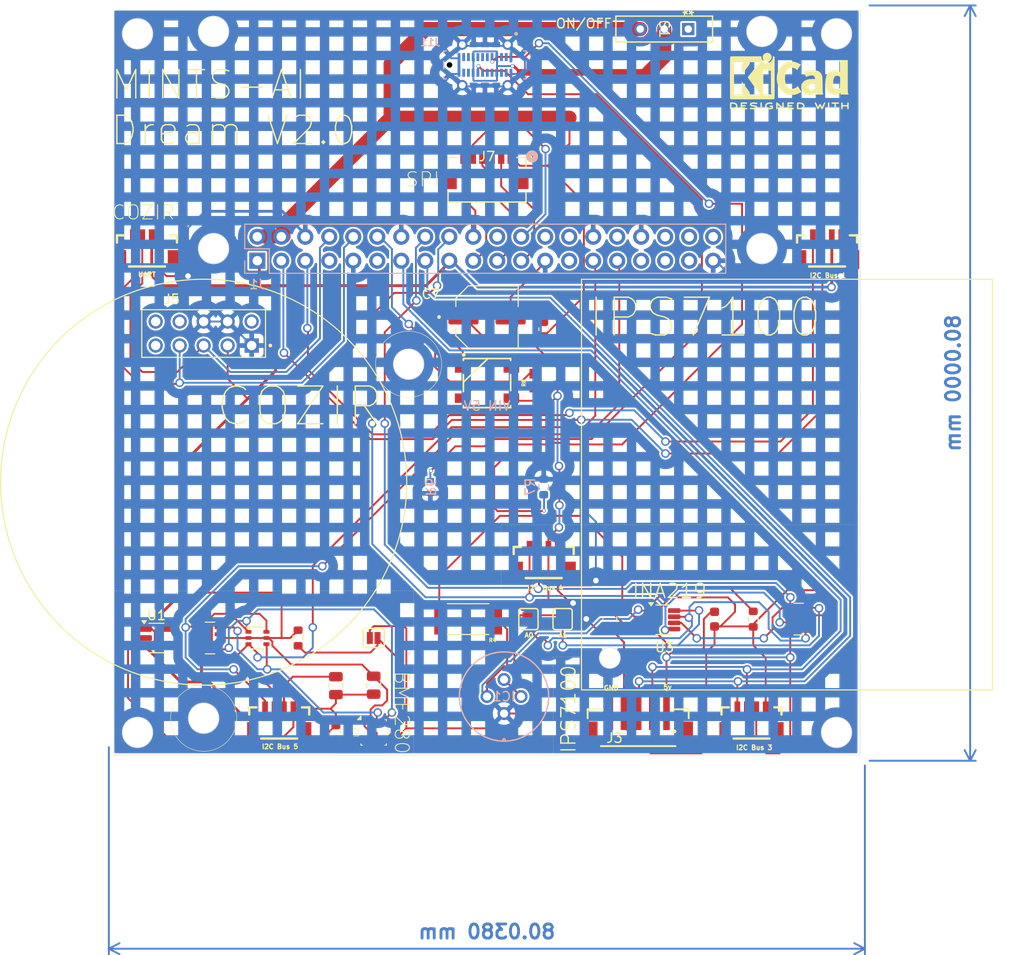
<source format=kicad_pcb>
(kicad_pcb (version 20241229) (generator "pcbnew") (generator_version "9.0")
  (title_block (title "Dream") (date "2025-08-31") (rev "1") (company "Mints-AI, University of Texas at Dallas") (comment 1 "Lakitha Wijeratne"))
  (layers (0 "F.Cu" signal) (2 "B.Cu" signal) (13 "F.Paste" user) (15 "B.Paste" user) (5 "F.SilkS" user "F.Silkscreen") (7 "B.SilkS" user "B.Silkscreen") (1 "F.Mask" user) (3 "B.Mask" user) (25 "Edge.Cuts" user))
  (net 0 "")
  (net 1 "GND")
  (net 2 "/GPIO2{slash}SDA1")
  (net 3 "/GPIO3{slash}SCL1")
  (net 4 "/GPIO4{slash}GPCLK0")
  (net 5 "/GPIO14{slash}TXD0")
  (net 6 "/GPIO15{slash}RXD0")
  (net 7 "/GPIO17")
  (net 8 "/GPIO18{slash}PCM.CLK")
  (net 9 "BME_3V3")
  (net 10 "/GPIO22{slash}SCL3")
  (net 11 "/GPIO5{slash}SDA5")
  (net 12 "/GPIO24{slash}SCL4")
  (net 13 "/GPIO27{slash}SDA3")
  (net 14 "/GPIO10{slash}SPI0.MOSI")
  (net 15 "/GPIO9{slash}SPI0.MISO")
  (net 16 "/GPIO23{slash}SDA4")
  (net 17 "/GPIO11{slash}SPI0.SCLK")
  (net 18 "/GPIO8{slash}SPI0.CE0")
  (net 19 "/GPIO7{slash}SPI0.CE1")
  (net 20 "/ID_SDA")
  (net 21 "/ID_SCL")
  (net 22 "/GPIO26{slash}SCL6")
  (net 23 "/GPIO6{slash}SCL5")
  (net 24 "/GPIO12{slash}PWM0")
  (net 25 "/GPIO13{slash}PWM1")
  (net 26 "/GPIO19{slash}PCM.FS")
  (net 27 "/GPIO16")
  (net 28 "/GPIO20{slash}PCM.DIN")
  (net 29 "/GPIO21{slash}PCM.DOUT")
  (net 30 "+5V")
  (net 31 "+3V3")
  (net 32 "/GPIO25{slash}SDA6")
  (net 35 "/BME_ADD")
  (net 36 "/BME_SCL")
  (net 37 "/BME_SDA")
  (net 46 "/INA+")
  (net 51 "/INA_ADD0")
  (net 53 "/INA_ADD1")
  (net 54 "Net-(U3-IN-)")
  (net 55 "/5V_BUS_USB")
  (net 56 "Net-(D1-DIN)")
  (net 64 "Net-(J11-CC1)")
  (net 69 "Net-(J11-CC2)")
  (footprint "679305124022:679305124022" (layer "F.Cu") (at 106 126.5 180)
    (property "Reference" "J3")
    (property "Value" "679305124022")
  )
  (footprint "SparkFun-Jumper:Jumper_2_NO" (layer "F.Cu") (at 98 115 90)
    (property "Reference" "JP3")
    (property "Value" "~")
  )
  (footprint "Package_TO_SOT_SMD:SOT-23-5" (layer "F.Cu") (at 55 117)
    (property "Reference" "U1")
    (property "Value" "AP2112K-3.3")
  )
  (footprint "Package_LGA:Bosch_LGA-8_2.5x2.5mm_P0.65mm_ClockwisePinNumbering" (layer "F.Cu") (at 78 127)
    (property "Reference" "U2")
    (property "Value" "BME280")
  )
  (footprint "SparkFun-Capacitor:C_0603_1608Metric" (layer "F.Cu") (at 96 84.28605 90)
    (property "Reference" "C6")
    (property "Value" "0.1uF")
  )
  (footprint "SparkFun-Connector:JST_SMD_1.0mm-4_Vertical_Black" (layer "F.Cu") (at 118 126 180)
    (property "Reference" "J4")
    (property "Value" "Qwiic_Vertical")
  )
  (footprint "SparkFun-Resistor:R_0603_1608Metric" (layer "F.Cu") (at 70 117 90)
    (property "Reference" "R2")
    (property "Value" "10k")
  )
  (footprint "downloaded:5013310607" (layer "F.Cu") (at 90 68.4602)
    (property "Reference" "J7")
    (property "Value" "5013310607")
  )
  (footprint "SparkFun-Capacitor:C_0805_2012Metric" (layer "F.Cu") (at 103 115 -90)
    (property "Reference" "C4")
    (property "Value" "10uF")
  )
  (footprint "SparkFun-Semiconductor-Standard:SOT-363" (layer "F.Cu") (at 65.696667 117)
    (property "Reference" "Q1")
    (property "Value" "BSS138")
  )
  (footprint "Package_TO_SOT_SMD:SOT-23-8" (layer "F.Cu") (at 108.6675 115.075)
    (property "Reference" "U3")
    (property "Value" "INA219BxDCN")
  )
  (footprint "SparkFun-Connector:JST_SMD_1.0mm-4_Vertical_Black" (layer "F.Cu") (at 68 126 180)
    (property "Reference" "J2")
    (property "Value" "Qwiic_Vertical")
  )
  (footprint "Symbol:KiCad-Logo2_5mm_SilkScreen" (layer "F.Cu") (at 122 58)
    (property "Reference" "REF**" (hide yes))
    (property "Value" "KiCad-Logo2_5mm_SilkScreen" (hide yes))
  )
  (footprint "SparkFun-Resistor:R_Array_Convex_4x0603" (layer "F.Cu") (at 123 115)
    (property "Reference" "R5")
    (property "Value" "10k")
  )
  (footprint "downloaded:M20-7830542" (layer "F.Cu") (at 60 84.75)
    (property "Reference" "J5")
    (property "Value" "M20-7830542")
  )
  (footprint "footprints2:SWITCH_NK236_APM" (layer "F.Cu") (at 111.3 52.5 -90)
    (property "Reference" "S1")
    (property "Value" "NKK236")
  )
  (footprint "SparkFun-Jumper:Jumper_2_NO" (layer "F.Cu") (at 78 117)
    (property "Reference" "JP1")
    (property "Value" "~")
  )
  (footprint "SparkFun-LED:WS2812_5050-4Pin" (layer "F.Cu") (at 90 90 180)
    (property "Reference" "D1")
    (property "Value" "WS2812B_5050")
  )
  (footprint "SparkFun-Jumper:Jumper_2_NO" (layer "F.Cu") (at 94.3864 115 90)
    (property "Reference" "JP2")
    (property "Value" "~")
  )
  (footprint "SparkFun-Connector:JST_SMD_1.0mm-4_Vertical_Black" (layer "F.Cu") (at 126 76 180)
    (property "Reference" "J9")
    (property "Value" "Qwiic_Vertical")
  )
  (footprint "SparkFun-Resistor:R_Array_Convex_4x0603" (layer "F.Cu") (at 60.673333 117)
    (property "Reference" "R1")
    (property "Value" "10k")
  )
  (footprint "downloaded:RC0603FR-07330RL" (layer "F.Cu") (at 95 89.735 90)
    (property "Reference" "R8")
    (property "Value" "RC0603FR-07330RL")
  )
  (footprint "SparkFun-Capacitor:C_0805_2012Metric" (layer "F.Cu") (at 74 122.05 -90)
    (property "Reference" "C2")
    (property "Value" "10uF")
  )
  (footprint "SparkFun-Capacitor:C_0805_2012Metric" (layer "F.Cu") (at 78 122 -90)
    (property "Reference" "C3")
    (property "Value" "10uF")
  )
  (footprint "downloaded:PT2512FK-070R1L" (layer "F.Cu") (at 88 115 180)
    (property "Reference" "R4")
    (property "Value" "PT2512FK-070R1L")
  )
  (footprint "SparkFun-Capacitor:C_0603_1608Metric" (layer "F.Cu") (at 114.085 115 -90)
    (property "Reference" "C5")
    (property "Value" "0.1uF")
  )
  (footprint "SparkFun-Resistor:R_0603_1608Metric" (layer "F.Cu") (at 118.1825 115 90)
    (property "Reference" "R3")
    (property "Value" "10k")
  )
  (footprint "SparkFun-Connector:JST_SMD_1.0mm-4_Vertical_Black" (layer "F.Cu") (at 54 76 180)
    (property "Reference" "J6")
    (property "Value" "Qwiic_Vertical")
  )
  (footprint "downloaded:EEV107M010S9GAA" (layer "F.Cu") (at 90 83)
    (property "Reference" "C7")
    (property "Value" "EEV107M010S9GAA")
  )
  (footprint "SparkFun-Capacitor:C_0603_1608Metric" (layer "F.Cu") (at 74 127 90)
    (property "Reference" "C1")
    (property "Value" "0.1uF")
  )
  (footprint "SparkFun-Connector:JST_SMD_1.0mm-4_Vertical_Black" (layer "F.Cu") (at 96 109 180)
    (property "Reference" "J8")
    (property "Value" "Qwiic_Vertical")
  )
  (footprint "Connector_PinSocket_2.54mm:PinSocket_2x20_P2.54mm_Vertical" (layer "B.Cu") (at 65.68 77.04 -90)
    (property "Reference" "J1")
    (property "Value" "GPIO")
  )
  (footprint "Resistor_SMD:R_0603_1608Metric" (layer "B.Cu") (at 96 101 -90)
    (property "Reference" "R7")
    (property "Value" "RC0603FR-075K1L")
  )
  (footprint "footprints1:TGS2611-C00_FGS" (layer "B.Cu") (at 91.8 125 180)
    (property "Reference" "IC1")
    (property "Value" "TGS2611-C00")
  )
  (footprint "downloaded:RC0603N_YAG-L" (layer "B.Cu") (at 84 101 90)
    (property "Reference" "R6")
    (property "Value" "RC0603FR-075K1L")
  )
  (footprint "downloaded:10132328-10011LF" (layer "B.Cu") (at 89.78 56.3 180)
    (property "Reference" "J11")
    (property "Value" "10132328-10011LF")
    (fp_line (start 3.96 0) (end 3.54 0) (stroke (width 0.01)) (layer "Edge.Cuts"))
    (fp_circle (center 3.75 0) (end 3.48 0) (stroke (width 0.05)) (fill no) (layer "Edge.Cuts"))
  )
  (gr_rect (start 100 79) (end 143.5 122.5) (stroke (width 0.12)) (fill no) (layer "F.SilkS"))
  (gr_line (start 82.22 130) (end 82.22 112) (stroke (width 0.05) (type dot)) (layer "F.SilkS"))
  (gr_circle (center 81.7 88) (end 85.2 88) (stroke (width 0.05)) (fill no) (layer "F.SilkS"))
  (gr_line (start 49.962 112) (end 91.5 112) (stroke (width 0.05) (type dot)) (layer "F.SilkS"))
  (gr_line (start 97 130) (end 97 119) (stroke (width 0.05) (type dot)) (layer "F.SilkS"))
  (gr_line (start 91.5 112) (end 91.5 105) (stroke (width 0.05) (type dot)) (layer "F.SilkS"))
  (gr_line (start 91.5 105) (end 130 105) (stroke (width 0.05) (type dot)) (layer "F.SilkS"))
  (gr_circle (center 60 100.5) (end 81.5 100.5) (stroke (width 0.12)) (fill no) (layer "F.SilkS"))
  (gr_line (start 97 119) (end 100 119) (stroke (width 0.05) (type dot)) (layer "F.SilkS"))
  (gr_circle (center 60 125.5) (end 63.5 125.5) (stroke (width 0.05)) (fill no) (layer "F.SilkS"))
  (gr_circle (center 119.1 75.75) (end 120.7 75.75) (stroke (width 0.05)) (fill no) (layer "Edge.Cuts"))
  (gr_circle (center 127 127) (end 128.6 127) (stroke (width 0.05)) (fill no) (layer "Edge.Cuts"))
  (gr_circle (center 119.1 52.75) (end 120.7 52.75) (stroke (width 0.05)) (fill no) (layer "Edge.Cuts"))
  (gr_circle (center 103 119.1) (end 104.1 119.1) (stroke (width 0.05)) (fill no) (layer "Edge.Cuts"))
  (gr_circle (center 60 125.5) (end 61.6 125.5) (stroke (width 0.05)) (fill no) (layer "Edge.Cuts"))
  (gr_circle (center 53 53) (end 54.6 53) (stroke (width 0.05)) (fill no) (layer "Edge.Cuts"))
  (gr_circle (center 61.05 52.75) (end 62.65 52.75) (stroke (width 0.05)) (fill no) (layer "Edge.Cuts"))
  (gr_circle (center 61.05 75.75) (end 62.65 75.75) (stroke (width 0.05)) (fill no) (layer "Edge.Cuts"))
  (gr_circle (center 53 127) (end 54.6 127) (stroke (width 0.05)) (fill no) (layer "Edge.Cuts"))
  (gr_circle (center 127 53) (end 128.6 53) (stroke (width 0.05)) (fill no) (layer "Edge.Cuts"))
  (gr_circle (center 81.7 88) (end 83.3 88) (stroke (width 0.05)) (fill no) (layer "Edge.Cuts"))
  (gr_rect (start 50.5 50.5) (end 129.5 129.4) (stroke (width 0.05)) (fill no) (layer "Edge.Cuts"))
  (gr_text "I2C Bus 5" (at 66.1 128.8 0) (layer "F.SilkS") (effects (font (size 0.5 0.5) (thickness 0.125)) (justify left bottom)))
  (gr_text "5v" (at 108.6 122.5 0) (layer "F.SilkS") (effects (font (size 0.5 0.5) (thickness 0.125)) (justify left bottom)))
  (gr_text "BME280" (at 80.1 120.4 270) (layer "F.SilkS") (effects (font (size 1.5 1.5) (thickness 0.1)) (justify left bottom)))
  (gr_text "." (at 108.7 122.7 0) (layer "F.SilkS") (effects (font (size 1 1) (thickness 0.125)) (justify left bottom)))
  (gr_text "COZIR" (at 50.2 72.8 0) (layer "F.SilkS") (effects (font (size 1.5 1.5) (thickness 0.1)) (justify left bottom)))
  (gr_text "IPS7100" (at 100.5 85.4 0) (layer "F.SilkS") (effects (font (size 4 4)) (justify left bottom)))
  (gr_text "INA219" (at 105.3 112.9 0) (layer "F.SilkS") (effects (font (size 1.5 1.5)) (justify left bottom)))
  (gr_text "ON/OFF" (at 97.206 52.502 0) (layer "F.SilkS") (effects (font (size 1 1)) (justify left bottom)))
  (gr_text "A1" (at 97.5 117 0) (layer "F.SilkS") (effects (font (size 0.5 0.5) (thickness 0.125) (bold yes)) (justify left bottom)))
  (gr_text "I2C Bus 3" (at 116.3 128.9 0) (layer "F.SilkS") (effects (font (size 0.5 0.5) (thickness 0.125)) (justify left bottom)))
  (gr_text "MINTS-AI\nDream V2.0" (at 50 65 0) (layer "F.SilkS") (effects (font (size 3 3)) (justify left bottom)))
  (gr_text "IPS7100" (at 99.5 129.3 90) (layer "F.SilkS") (effects (font (size 1.5 1.5)) (justify left bottom)))
  (gr_text "GND" (at 102.3 122.6 0) (layer "F.SilkS") (effects (font (size 0.5 0.5) (thickness 0.125)) (justify left bottom)))
  (gr_text "SPI" (at 81.3 69.3 0) (layer "F.SilkS") (effects (font (size 1.5 1.5) (thickness 0.1)) (justify left bottom)))
  (gr_text "I2C Bus 4" (at 94.2 112 0) (layer "F.SilkS") (effects (font (size 0.5 0.5) (thickness 0.125)) (justify left bottom)))
  (gr_text "UART" (at 53 78.8 0) (layer "F.SilkS") (effects (font (size 0.5 0.5) (thickness 0.125)) (justify left bottom)))
  (gr_text "COZIR" (at 61.1 94.8 0) (layer "F.SilkS") (effects (font (size 4 4)) (justify left bottom)))
  (gr_text "A0" (at 93.9 117 0) (layer "F.SilkS") (effects (font (size 0.5 0.5) (thickness 0.125)) (justify left bottom)))
  (gr_text "I2C Bus 1" (at 124.1 78.9 0) (layer "F.SilkS") (effects (font (size 0.5 0.5) (thickness 0.125)) (justify left bottom)))
  (gr_text "VIN 5V" (at 90 93 0) (layer "B.SilkS") (effects (font (size 1 1)) (justify bottom mirror)))
  (dimension (type orthogonal) (layer "B.Cu") (pts (xy 130 130) (xy 130 50)) (height 11.148) (orientation 1) (format (prefix "") (suffix "") (units 3) (units_format 1) (precision 4)) (style (thickness 0.2) (arrow_length 1.27) (text_position_mode 0) (arrow_direction outward) (extension_height 0.58642) (extension_offset 0.5) (keep_text_aligned yes)) (gr_text "80.0000 mm" (at 139.348 90 90) (layer "B.Cu") (effects (font (size 1.5 1.5) (thickness 0.3)) (justify mirror))))
  (dimension (type orthogonal) (layer "B.Cu") (pts (xy 49.962 128.067) (xy 130 130)) (height 21.844) (orientation 0) (format (prefix "") (suffix "") (units 3) (units_format 1) (precision 4)) (style (thickness 0.2) (arrow_length 1.27) (text_position_mode 0) (arrow_direction outward) (extension_height 0.58642) (extension_offset 0.5) (keep_text_aligned yes)) (gr_text "80.0380 mm" (at 89.981 148.111 0) (layer "B.Cu") (effects (font (size 1.5 1.5) (thickness 0.3)) (justify mirror))))
  (segment (start 74 125.054) (end 73.435 124.489) (width 0.2) (layer "F.Cu") (net 1))
  (segment (start 84.76 83.998) (end 84.76 81.712) (width 0.2) (layer "F.Cu") (net 1))
  (segment (start 98.822 113.3) (end 97.5 111.978) (width 0.2) (layer "F.Cu") (net 1))
  (segment (start 127.5 78.596) (end 127.432 78.664) (width 0.2) (layer "F.Cu") (net 1))
  (segment (start 125.4 111.938) (end 121.7805 111.938) (width 0.2) (layer "F.Cu") (net 1))
  (segment (start 103 115.95) (end 104.32 117.27) (width 0.2) (layer "F.Cu") (net 1))
  (segment (start 97.5 111.978) (end 97.5 111.43) (width 0.2) (layer "F.Cu") (net 1))
  (segment (start 84.76 81.712) (end 85.014 81.458) (width 0.2) (layer "F.Cu") (net 1))
  (segment (start 121.7805 111.938) (end 118.1825 115.536) (width 0.2) (layer "F.Cu") (net 1))
  (segment (start 113.208 118.542) (end 114.085 117.665) (width 0.2) (layer "F.Cu") (net 1))
  (segment (start 103 124.95) (end 104.5 124.95) (width 0.2) (layer "F.Cu") (net 1))
  (segment (start 69.5 126.436) (end 66.98 128.956) (width 0.2) (layer "F.Cu") (net 1))
  (segment (start 77.5936 117) (end 77.5936 116.165) (width 0.2) (layer "F.Cu") (net 1))
  (segment (start 74 123.924) (end 74 123) (width 0.2) (layer "F.Cu") (net 1))
  (segment (start 69.5 124.489) (end 69.5 126.436) (width 0.2) (layer "F.Cu") (net 1))
  (segment (start 51.994 117.78) (end 52.774 117) (width 0.2) (layer "F.Cu") (net 1))
  (segment (start 92.495 81.585) (end 92.495 83) (width 0.2) (layer "F.Cu") (net 1))
  (segment (start 101.524 110.922) (end 101.016 111.43) (width 0.2) (layer "F.Cu") (net 1))
  (segment (start 102.95 125) (end 103 124.95) (width 0.2) (layer "F.Cu") (net 1))
  (segment (start 90.231 126.569) (end 81.458 126.569) (width 0.2) (layer "F.Cu") (net 1))
  (segment (start 78.0106 115.748) (end 81.204 115.748) (width 0.2) (layer "F.Cu") (net 1))
  (segment (start 126.416 113.716) (end 126.416 112.954) (width 0.2) (layer "F.Cu") (net 1))
  (segment (start 96.38 77) (end 92.495 80.885) (width 0.2) (layer "F.Cu") (net 1))
  (segment (start 77.025 126.352) (end 77.025 125.975) (width 0.2) (layer "F.Cu") (net 1))
  (segment (start 73.435 124.489) (end 74 123.924) (width 0.2) (layer "F.Cu") (net 1))
  (segment (start 91.8 125) (end 90.231 126.569) (width 0.2) (layer "F.Cu") (net 1))
  (segment (start 104.5 124.95) (end 104.5 117.45) (width 0.2) (layer "F.Cu") (net 1))
  (segment (start 116.256 113.462) (end 115.494 112.7) (width 0.2) (layer "F.Cu") (net 1))
  (segment (start 97.5 111.43) (end 97.5 107.489) (width 0.2) (layer "F.Cu") (net 1))
  (segment (start 104.5 126.4) (end 107.31 129.21) (width 0.2) (layer "F.Cu") (net 1))
  (segment (start 115.494 112.7) (end 109.398 112.7) (width 0.2) (layer "F.Cu") (net 1))
  (segment (start 127.5 74.489) (end 127.5 78.596) (width 0.2) (layer "F.Cu") (net 1))
  (segment (start 123.9 115.4) (end 123.9 114.6) (width 0.2) (layer "F.Cu") (net 1))
  (segment (start 58.344 78.664) (end 56.058 78.664) (width 0.2) (layer "F.Cu") (net 1))
  (segment (start 74 126.225) (end 74 125.054) (width 0.2) (layer "F.Cu") (net 1))
  (segment (start 113.208 128.702) (end 113.208 118.542) (width 0.2) (layer "F.Cu") (net 1))
  (segment (start 77.95 123) (end 78 122.95) (width 0.2) (layer "F.Cu") (net 1))
  (segment (start 126.416 112.954) (end 125.4 111.938) (width 0.2) (layer "F.Cu") (net 1))
  (segment (start 108.192499 115.4) (end 107.53 115.4) (width 0.2) (layer "F.Cu") (net 1))
  (segment (start 103 115.95) (end 101.472 115.95) (width 0.2) (layer "F.Cu") (net 1))
  (segment (start 91.8 125) (end 102.95 125) (width 0.2) (layer "F.Cu") (net 1))
  (segment (start 109.398 112.7) (end 108.4935 113.6045) (width 0.2) (layer "F.Cu") (net 1))
  (segment (start 92.495 83) (end 95.48895 83) (width 0.2) (layer "F.Cu") (net 1))
  (segment (start 87.423 88.4) (end 87.423 86.661) (width 0.2) (layer "F.Cu") (net 1))
  (segment (start 77.025 125.975) (end 74.25 125.975) (width 0.2) (layer "F.Cu") (net 1))
  (segment (start 55.5 78.106) (end 55.5 74.489) (width 0.2) (layer "F.Cu") (net 1))
  (segment (start 77.675 127.002) (end 77.025 126.352) (width 0.2) (layer "F.Cu") (net 1))
  (segment (start 57.582 128.956) (end 51.994 123.368) (width 0.2) (layer "F.Cu") (net 1))
  (segment (start 73.224 127.001) (end 74 126.225) (width 0.2) (layer "F.Cu") (net 1))
  (segment (start 104.5 124.95) (end 104.5 126.4) (width 0.2) (layer "F.Cu") (net 1))
  (segment (start 77.5936 116.165) (end 78.0106 115.748) (width 0.2) (layer "F.Cu") (net 1))
  (segment (start 80.315 115.748) (end 81.204 115.748) (width 0.2) (layer "F.Cu") (net 1))
  (segment (start 101.472 115.95) (end 100.508 114.986) (width 0.2) (layer "F.Cu") (net 1))
  (segment (start 118.1825 115.825) (end 117.857 115.825) (width 0.2) (layer "F.Cu") (net 1))
  (segment (start 114.705 115.775) (end 116.256 114.224) (width 0.2) (layer "F.Cu") (net 1))
  (segment (start 114.085 117.665) (end 114.085 115.775) (width 0.2) (layer "F.Cu") (net 1))
  (segment (start 56.058 78.664) (end 55.5 78.106) (width 0.2) (layer "F.Cu") (net 1))
  (segment (start 88.76 74.46) (end 88.76 71.742) (width 0.2) (layer "F.Cu") (net 1))
  (segment (start 119.5 124.489) (end 119.5 119.0975) (width 0.2) (layer "F.Cu") (net 1))
  (segment (start 107.31 129.21) (end 112.7 129.21) (width 0.2) (layer "F.Cu") (net 1))
  (segment (start 123.9 114.6) (end 125.532 114.6) (width 0.2) (layer "F.Cu") (net 1))
  (segment (start 87.423 86.661) (end 84.76 83.998) (width 0.2) (layer "F.Cu") (net 1))
  (segment (start 78.924 129.103) (end 74.10289 129.103) (width 0.2) (layer "F.Cu") (net 1))
  (segment (start 73.224 128.22411) (end 73.224 127.001) (width 0.2) (layer "F.Cu") (net 1))
  (segment (start 99.111 113.3) (end 98.822 113.3) (width 0.2) (layer "F.Cu") (net 1))
  (segment (start 125.532 114.6) (end 126.416 113.716) (width 0.2) (layer "F.Cu") (net 1))
  (segment (start 104.5 117.45) (end 104.32 117.27) (width 0.2) (layer "F.Cu") (net 1))
  (segment (start 74.25 125.975) (end 74 126.225) (width 0.2) (layer "F.Cu") (net 1))
  (segment (start 85.014 81.458) (end 92.368 81.458) (width 0.2) (layer "F.Cu") (net 1))
  (segment (start 73.435 124.489) (end 72.511 124.489) (width 0.2) (layer "F.Cu") (net 1))
  (segment (start 117.857 115.825) (end 117.807 115.775) (width 0.2) (layer "F.Cu") (net 1))
  (segment (start 52.774 117) (end 53.8625 117) (width 0.2) (layer "F.Cu") (net 1))
  (segment (start 116.256 114.224) (end 116.256 113.462) (width 0.2) (layer "F.Cu") (net 1))
  (segment (start 69.5 124.489) (end 72.511 124.489) (width 0.2) (layer "F.Cu") (net 1))
  (segment (start 118.1825 117.78) (end 118.1825 115.825) (width 0.2) (layer "F.Cu") (net 1))
  (segment (start 112.7 129.21) (end 113.208 128.702) (width 0.2) (layer "F.Cu") (net 1))
  (segment (start 87.5 70.482) (end 87.5 66) (width 0.2) (layer "F.Cu") (net 1))
  (segment (start 51.994 123.368) (end 51.994 117.78) (width 0.2) (layer "F.Cu") (net 1))
  (segment (start 81.458 126.569) (end 78.924 129.103) (width 0.2) (layer "F.Cu") (net 1))
  (segment (start 81.458 116.002) (end 81.458 126.569) (width 0.2) (layer "F.Cu") (net 1))
  (segment (start 108.4935 113.6045) (end 108.4935 115.098999) (width 0.2) (layer "F.Cu") (net 1))
  (segment (start 108.4935 115.098999) (end 108.192499 115.4) (width 0.2) (layer "F.Cu") (net 1))
  (segment (start 77.675 128.025) (end 77.675 127.002) (width 0.2) (layer "F.Cu") (net 1))
  (segment (start 92.368 81.458) (end 92.495 81.585) (width 0.2) (layer "F.Cu") (net 1))
  (segment (start 74 123) (end 77.95 123) (width 0.2) (layer "F.Cu") (net 1))
  (segment (start 117.807 115.775) (end 114.085 115.775) (width 0.2) (layer "F.Cu") (net 1))
  (segment (start 74.10289 129.103) (end 73.224 128.22411) (width 0.2) (layer "F.Cu") (net 1))
  (segment (start 119.5 119.0975) (end 118.1825 117.78) (width 0.2) (layer "F.Cu") (net 1))
  (segment (start 81.204 115.748) (end 81.458 116.002) (width 0.2) (layer "F.Cu") (net 1))
  (segment (start 101.016 111.43) (end 97.5 111.43) (width 0.2) (layer "F.Cu") (net 1))
  (segment (start 88.76 71.742) (end 87.5 70.482) (width 0.2) (layer "F.Cu") (net 1))
  (segment (start 95.48895 83) (end 96 83.51105) (width 0.2) (layer "F.Cu") (net 1))
  (segment (start 92.495 80.885) (end 92.495 81.585) (width 0.2) (layer "F.Cu") (net 1))
  (segment (start 118.1825 115.536) (end 118.1825 115.825) (width 0.2) (layer "F.Cu") (net 1))
  (segment (start 66.98 128.956) (end 57.582 128.956) (width 0.2) (layer "F.Cu") (net 1))
  (segment (start 114.085 115.775) (end 114.705 115.775) (width 0.2) (layer "F.Cu") (net 1))
  (via (at 101.524 110.922) (size 0.9) (drill 0.6) (layers "F.Cu" "B.Cu") (net 1))
  (via (at 58.344 78.664) (size 0.9) (drill 0.6) (layers "F.Cu" "B.Cu") (net 1))
  (via (at 127.432 78.664) (size 0.9) (drill 0.6) (layers "F.Cu" "B.Cu") (net 1))
  (via (at 99.111 113.3) (size 0.9) (drill 0.6) (layers "F.Cu" "B.Cu") (net 1))
  (via (at 100.508 114.986) (size 0.9) (drill 0.6) (layers "F.Cu" "B.Cu") (net 1))
  (segment (start 94.015 56.985) (end 94.2481 56.7519) (width 0.2) (layer "B.Cu") (net 1))
  (segment (start 92.555 55.595) (end 92.555 54.625) (width 0.2) (layer "B.Cu") (net 1))
  (segment (start 87.185 54.275) (end 86.035 55.425) (width 0.2) (layer "B.Cu") (net 1))
  (segment (start 87.185 58.575) (end 86.035 57.425) (width 0.2) (layer "B.Cu") (net 1))
  (segment (start 92.555 58.225) (end 92.205 58.575) (width 0.2) (layer "B.Cu") (net 1))
  (segment (start 114.16 77) (end 115.824 78.664) (width 0.2) (layer "B.Cu") (net 1))
  (segment (start 58.344 81.824) (end 60 83.48) (width 0.2) (layer "B.Cu") (net 1))
  (segment (start 93.575 55.425) (end 93.355 55.425) (width 0.2) (layer "B.Cu") (net 1))
  (segment (start 86.035 55.425) (end 86.035 55.355) (width 0.2) (layer "B.Cu") (net 1))
  (segment (start 92.555 54.625) (end 92.205 54.275) (width 0.2) (layer "B.Cu") (net 1))
  (segment (start 93.575 55.425) (end 94.015 55.865) (width 0.2) (layer "B.Cu") (net 1))
  (segment (start 94.015 56.985) (end 93.575 57.425) (width 0.2) (layer "B.Cu") (net 1))
  (segment (start 93.355 55.425) (end 92.205 54.275) (width 0.2) (layer "B.Cu") (net 1))
  (segment (start 101.524 104.6891) (end 101.524 110.922) (width 0.2) (layer "B.Cu") (net 1))
  (segment (start 87.405 54.275) (end 87.185 54.275) (width 0.2) (layer "B.Cu") (net 1))
  (segment (start 115.824 78.664) (end 127.432 78.664) (width 0.2) (layer "B.Cu") (net 1))
  (segment (start 92.555 57.255) (end 92.555 58.225) (width 0.2) (layer "B.Cu") (net 1))
  (segment (start 87.405 54.275) (end 92.205 54.275) (width 0.2) (layer "B.Cu") (net 1))
  (segment (start 87.405 58.575) (end 87.185 58.575) (width 0.2) (layer "B.Cu") (net 1))
  (segment (start 92.425 58.575) (end 93.575 57.425) (width 0.2) (layer "B.Cu") (net 1))
  (segment (start 92.205 58.575) (end 92.425 58.575) (width 0.2) (layer "B.Cu") (net 1))
  (segment (start 96 100.3269) (end 97.1618 100.3269) (width 0.2) (layer "B.Cu") (net 1))
  (segment (start 87.055 57.255) (end 86.205 57.255) (width 0.2) (layer "B.Cu") (net 1))
  (segment (start 68.326 71.806) (end 60.122 71.806) (width 0.3) (layer "B.Cu") (net 1))
  (segment (start 70.98 74.46) (end 68.326 71.806) (width 0.3) (layer "B.Cu") (net 1))
  (segment (start 92.555 57.255) (end 93.405 57.255) (width 0.2) (layer "B.Cu") (net 1))
  (segment (start 86.205 57.255) (end 86.035 57.425) (width 0.2) (layer "B.Cu") (net 1))
  (segment (start 99.111 113.589) (end 100.508 114.986) (width 0.2) (layer "B.Cu") (net 1))
  (segment (start 58.344 73.584) (end 60.122 71.806) (width 0.2) (layer "B.Cu") (net 1))
  (segment (start 65.08 86.02) (end 62.54 83.48) (width 0.2) (layer "B.Cu") (net 1))
  (segment (start 93.405 57.255) (end 93.575 57.425) (width 0.2) (layer "B.Cu") (net 1))
  (segment (start 99.111 113.3) (end 99.111 113.589) (width 0.2) (layer "B.Cu") (net 1))
  (segment (start 97.1618 100.3269) (end 101.524 104.6891) (width 0.2) (layer "B.Cu") (net 1))
  (segment (start 62.54 83.48) (end 60 83.48) (width 0.2) (layer "B.Cu") (net 1))
  (segment (start 92.205 58.575) (end 87.405 58.575) (width 0.2) (layer "B.Cu") (net 1))
  (segment (start 86.205 55.595) (end 86.035 55.425) (width 0.2) (layer "B.Cu") (net 1))
  (segment (start 94.015 55.865) (end 94.015 56.985) (width 0.2) (layer "B.Cu") (net 1))
  (segment (start 58.344 78.664) (end 58.344 73.584) (width 0.2) (layer "B.Cu") (net 1))
  (segment (start 58.344 78.664) (end 58.344 81.824) (width 0.2) (layer "B.Cu") (net 1))
  (segment (start 87.055 55.595) (end 86.205 55.595) (width 0.2) (layer "B.Cu") (net 1))
  (segment (start 77.648 95.936) (end 84.252 95.936) (width 0.2) (layer "F.Cu") (net 2))
  (segment (start 68.504 86.792) (end 77.648 95.936) (width 0.2) (layer "F.Cu") (net 2))
  (segment (start 84.252 95.936) (end 86.284 93.904) (width 0.2) (layer "F.Cu") (net 2))
  (segment (start 120.828 97.46) (end 125.5 92.788) (width 0.2) (layer "F.Cu") (net 2))
  (segment (start 100 93.904) (end 99.977669 93.881669) (width 0.2) (layer "F.Cu") (net 2))
  (segment (start 125.5 92.788) (end 125.5 74.489) (width 0.2) (layer "F.Cu") (net 2))
  (segment (start 108.89 97.46) (end 120.828 97.46) (width 0.2) (layer "F.Cu") (net 2))
  (segment (start 86.284 93.904) (end 100 93.904) (width 0.2) (layer "F.Cu") (net 2))
  (via (at 99.977669 93.881669) (size 0.9) (drill 0.6) (layers "F.Cu" "B.Cu") (net 2))
  (via (at 68.504 86.792) (size 0.9) (drill 0.6) (layers "F.Cu" "B.Cu") (net 2))
  (via (at 108.89 97.46) (size 0.9) (drill 0.6) (layers "F.Cu" "B.Cu") (net 2))
  (segment (start 68.44 77) (end 68.44 86.728) (width 0.2) (layer "B.Cu") (net 2))
  (segment (start 105.311669 93.881669) (end 108.89 97.46) (width 0.2) (layer "B.Cu") (net 2))
  (segment (start 68.44 86.728) (end 68.504 86.792) (width 0.2) (layer "B.Cu") (net 2))
  (segment (start 99.977669 93.881669) (end 105.311669 93.881669) (width 0.2) (layer "B.Cu") (net 2))
  (segment (start 86.00045 93.396) (end 98.73 93.396) (width 0.2) (layer "F.Cu") (net 3))
  (segment (start 83.96845 95.428) (end 86.00045 93.396) (width 0.2) (layer "F.Cu") (net 3))
  (segment (start 71.044 88.57) (end 77.902 95.428) (width 0.2) (layer "F.Cu") (net 3))
  (segment (start 71.044 84.252) (end 71.044 88.57) (width 0.2) (layer "F.Cu") (net 3))
  (segment (start 98.73 93.396) (end 98.73 93.154) (width 0.2) (layer "F.Cu") (net 3))
  (segment (start 121.06 96.19) (end 124.5 92.75) (width 0.2) (layer "F.Cu") (net 3))
  (segment (start 124.5 92.75) (end 124.5 74.489) (width 0.2) (layer "F.Cu") (net 3))
  (segment (start 70.98 84.188) (end 71.044 84.252) (width 0.2) (layer "F.Cu") (net 3))
  (segment (start 108.89 96.19) (end 121.06 96.19) (width 0.2) (layer "F.Cu") (net 3))
  (segment (start 77.902 95.428) (end 83.96845 95.428) (width 0.2) (layer "F.Cu") (net 3))
  (via (at 70.98 84.188) (size 0.9) (drill 0.6) (layers "F.Cu" "B.Cu") (net 3))
  (via (at 98.73 93.154) (size 0.9) (drill 0.6) (layers "F.Cu" "B.Cu") (net 3))
  (via (at 108.89 96.19) (size 0.9) (drill 0.6) (layers "F.Cu" "B.Cu") (net 3))
  (segment (start 98.996 92.888) (end 105.588 92.888) (width 0.2) (layer "B.Cu") (net 3))
  (segment (start 71.044 84.252) (end 70.98 84.188) (width 0.2) (layer "B.Cu") (net 3))
  (segment (start 105.588 92.888) (end 108.89 96.19) (width 0.2) (layer "B.Cu") (net 3))
  (segment (start 98.73 93.154) (end 98.996 92.888) (width 0.2) (layer "B.Cu") (net 3))
  (segment (start 70.98 77) (end 70.98 84.188) (width 0.2) (layer "B.Cu") (net 3))
  (segment (start 52.248 87.554) (end 53.518 88.824) (width 0.2) (layer "F.Cu") (net 5))
  (segment (start 52.248 80.696) (end 52.248 87.554) (width 0.2) (layer "F.Cu") (net 5))
  (segment (start 53.5 74.489) (end 53.5 79.444) (width 0.2) (layer "F.Cu") (net 5))
  (segment (start 53.518 88.824) (end 57.196 88.824) (width 0.2) (layer "F.Cu") (net 5))
  (segment (start 57.196 88.824) (end 60 86.02) (width 0.2) (layer "F.Cu") (net 5))
  (segment (start 53.5 79.444) (end 52.248 80.696) (width 0.2) (layer "F.Cu") (net 5))
  (segment (start 62.804 88.824) (end 60 86.02) (width 0.2) (layer "B.Cu") (net 5))
  (segment (start 72.314 75.666) (end 72.314 85.268) (width 0.2) (layer "B.Cu") (net 5))
  (segment (start 72.314 85.268) (end 68.758 88.824) (width 0.2) (layer "B.Cu") (net 5))
  (segment (start 73.52 74.46) (end 72.314 75.666) (width 0.2) (layer "B.Cu") (net 5))
  (segment (start 68.758 88.824) (end 62.804 88.824) (width 0.2) (layer "B.Cu") (net 5))
  (segment (start 51.232 80.188) (end 52.5 78.92) (width 0.2) (layer "F.Cu") (net 6))
  (segment (start 52.5 78.92) (end 52.5 74.489) (width 0.2) (layer "F.Cu") (net 6))
  (segment (start 53.264 90.094) (end 51.232 88.062) (width 0.2) (layer "F.Cu") (net 6))
  (segment (start 51.232 88.062) (end 51.232 80.188) (width 0.2) (layer "F.Cu") (net 6))
  (segment (start 57.46 89.962) (end 57.328 90.094) (width 0.2) (layer "F.Cu") (net 6))
  (segment (start 57.328 90.094) (end 53.264 90.094) (width 0.2) (layer "F.Cu") (net 6))
  (via (at 57.46 89.962) (size 0.9) (drill 0.6) (layers "F.Cu" "B.Cu") (net 6))
  (segment (start 70.414 89.962) (end 57.46 89.962) (width 0.2) (layer "B.Cu") (net 6))
  (segment (start 57.46 89.962) (end 57.46 86.02) (width 0.2) (layer "B.Cu") (net 6))
  (segment (start 74.854 85.522) (end 70.414 89.962) (width 0.2) (layer "B.Cu") (net 6))
  (segment (start 74.854 75.666) (end 74.854 85.522) (width 0.2) (layer "B.Cu") (net 6))
  (segment (start 76.06 74.46) (end 74.854 75.666) (width 0.2) (layer "B.Cu") (net 6))
  (segment (start 84.506 88.316) (end 84.506 86.538) (width 0.2) (layer "F.Cu") (net 8))
  (segment (start 93.65 89.84) (end 86.03 89.84) (width 0.2) (layer "F.Cu") (net 8))
  (segment (start 84.506 86.538) (end 81.712 83.744) (width 0.2) (layer "F.Cu") (net 8))
  (segment (start 95 89) (end 94.49 89) (width 0.2) (layer "F.Cu") (net 8))
  (segment (start 86.03 89.84) (end 84.506 88.316) (width 0.2) (layer "F.Cu") (net 8))
  (segment (start 94.49 89) (end 93.65 89.84) (width 0.2) (layer "F.Cu") (net 8))
  (via (at 81.712 83.744) (size 0.9) (drill 0.6) (layers "F.Cu" "B.Cu") (net 8))
  (segment (start 79.934 75.794) (end 78.6 74.46) (width 0.2) (layer "B.Cu") (net 8))
  (segment (start 81.712 83.744) (end 79.934 81.966) (width 0.2) (layer "B.Cu") (net 8))
  (segment (start 79.934 81.966) (end 79.934 75.794) (width 0.2) (layer "B.Cu") (net 8))
  (segment (start 68.25 117) (end 69.175 117) (width 0.2) (layer "F.Cu") (net 9))
  (segment (start 67.272667 117.38113) (end 67.040537 117.149) (width 0.2) (layer "F.Cu") (net 9))
  (segment (start 77.025 128.563) (end 76.886 128.702) (width 0.2) (layer "F.Cu") (net 9))
  (segment (start 78.113925 124.141) (end 78.907 124.141) (width 0.2) (layer "F.Cu") (net 9))
  (segment (start 77.675 126.423) (end 77.675 125.975) (width 0.2) (layer "F.Cu") (net 9))
  (segment (start 78.325 128.279) (end 78.325 128.025) (width 0.2) (layer "F.Cu") (net 9))
  (segment (start 68.25 117) (end 68.25 112.954) (width 0.2) (layer "F.Cu") (net 9))
  (segment (start 78.907 124.141) (end 79.426 123.622) (width 0.2) (layer "F.Cu") (net 9))
  (segment (start 78 121.05) (end 76.762 119.812) (width 0.2) (layer "F.Cu") (net 9))
  (segment (start 77.675 125.204075) (end 77.674 125.203075) (width 0.2) (layer "F.Cu") (net 9))
  (segment (start 61.973333 117) (end 64.746667 117) (width 0.2) (layer "F.Cu") (net 9))
  (segment (start 69.266 119.812) (end 67.272667 117.818667) (width 0.2) (layer "F.Cu") (net 9))
  (segment (start 77.674 124.580925) (end 78.113925 124.141) (width 0.2) (layer "F.Cu") (net 9))
  (segment (start 67.272667 117.818667) (end 67.272667 117.38113) (width 0.2) (layer "F.Cu") (net 9))
  (segment (start 68.25 112.954) (end 67.488 112.192) (width 0.2) (layer "F.Cu") (net 9))
  (segment (start 79.426 123.622) (end 79.426 122.476) (width 0.2) (layer "F.Cu") (net 9))
  (segment (start 59.9955 112.192) (end 56.1375 116.05) (width 0.2) (layer "F.Cu") (net 9))
  (segment (start 64.746667 117) (end 66.646667 117) (width 0.2) (layer "F.Cu") (net 9))
  (segment (start 76.762 119.812) (end 69.266 119.812) (width 0.2) (layer "F.Cu") (net 9))
  (segment (start 77.025 128.025) (end 77.025 128.563) (width 0.2) (layer "F.Cu") (net 9))
  (segment (start 77.674 125.203075) (end 77.674 124.580925) (width 0.2) (layer "F.Cu") (net 9))
  (segment (start 67.488 112.192) (end 59.9955 112.192) (width 0.2) (layer "F.Cu") (net 9))
  (segment (start 76.886 128.702) (end 74.927 128.702) (width 0.2) (layer "F.Cu") (net 9))
  (segment (start 61.573333 117.4) (end 61.973333 117) (width 0.2) (layer "F.Cu") (net 9))
  (segment (start 77.025 128.563) (end 77.038 128.576) (width 0.2) (layer "F.Cu") (net 9))
  (segment (start 79.426 122.476) (end 78 121.05) (width 0.2) (layer "F.Cu") (net 9))
  (segment (start 78.325 127.073) (end 77.675 126.423) (width 0.2) (layer "F.Cu") (net 9))
  (segment (start 77.038 128.576) (end 78.028 128.576) (width 0.2) (layer "F.Cu") (net 9))
  (segment (start 74.927 128.702) (end 74 127.775) (width 0.2) (layer "F.Cu") (net 9))
  (segment (start 61.573333 117.4) (end 61.573333 116.6) (width 0.2) (layer "F.Cu") (net 9))
  (segment (start 77.675 125.975) (end 77.675 125.204075) (width 0.2) (layer "F.Cu") (net 9))
  (segment (start 66.646667 117) (end 68.25 117) (width 0.2) (layer "F.Cu") (net 9))
  (segment (start 69.175 117) (end 70 116.175) (width 0.2) (layer "F.Cu") (net 9))
  (segment (start 78.325 128.025) (end 78.325 127.073) (width 0.2) (layer "F.Cu") (net 9))
  (segment (start 78.028 128.576) (end 78.325 128.279) (width 0.2) (layer "F.Cu") (net 9))
  (segment (start 116.5 124.489) (end 116.5 121.6508) (width 0.2) (layer "F.Cu") (net 10))
  (segment (start 106.096 124.854) (end 106 124.95) (width 0.2) (layer "F.Cu") (net 10))
  (segment (start 106.096 121.59) (end 106.096 124.854) (width 0.2) (layer "F.Cu") (net 10))
  (segment (start 116.5 121.6508) (end 116.5608 121.59) (width 0.2) (layer "F.Cu") (net 10))
  (via (at 106.096 121.59) (size 0.9) (drill 0.6) (layers "F.Cu" "B.Cu") (net 10))
  (via (at 116.5608 121.59) (size 0.9) (drill 0.6) (layers "F.Cu" "B.Cu") (net 10))
  (segment (start 116.5608 121.59) (end 123.622 121.59) (width 0.2) (layer "B.Cu") (net 10))
  (segment (start 123.622 121.59) (end 128.448 116.764) (width 0.2) (layer "B.Cu") (net 10))
  (segment (start 96.698 80.95) (end 84.506 80.95) (width 0.2) (layer "B.Cu") (net 10))
  (segment (start 128.448 112.7) (end 96.698 80.95) (width 0.2) (layer "B.Cu") (net 10))
  (segment (start 84.506 80.95) (end 83.68 80.124) (width 0.2) (layer "B.Cu") (net 10))
  (segment (start 83.68 80.124) (end 83.68 77) (width 0.2) (layer "B.Cu") (net 10))
  (segment (start 106.096 121.59) (end 116.51 121.59) (width 0.2) (layer "B.Cu") (net 10))
  (segment (start 128.448 116.764) (end 128.448 112.7) (width 0.2) (layer "B.Cu") (net 10))
  (segment (start 116.51 121.59) (end 116.5608 121.59) (width 0.2) (layer "B.Cu") (net 10))
  (segment (start 101.46 93.46) (end 100.254 94.666) (width 0.2) (layer "F.Cu") (net 11))
  (segment (start 64.746667 117.65) (end 63.600667 118.796) (width 0.2) (layer "F.Cu") (net 11))
  (segment (start 101.46 77) (end 101.46 93.46) (width 0.2) (layer "F.Cu") (net 11))
  (segment (start 101.524 77.064) (end 101.46 77) (width 0.2) (layer "F.Cu") (net 11))
  (segment (start 67.5 124.489) (end 67.5 122.695333) (width 0.2) (layer "F.Cu") (net 11))
  (segment (start 60.449333 117.526) (end 60.323333 117.4) (width 0.15) (layer "F.Cu") (net 11))
  (segment (start 71.552 109.351925) (end 71.552 115.875) (width 0.2) (layer "F.Cu") (net 11))
  (segment (start 63.600667 118.796) (end 60.917333 118.796) (width 0.2) (layer "F.Cu") (net 11))
  (segment (start 60.323333 117.4) (end 59.773333 117.4) (width 0.15) (layer "F.Cu") (net 11))
  (segment (start 65.71 118.613333) (end 64.746667 117.65) (width 0.2) (layer "F.Cu") (net 11))
  (segment (start 60.449333 118.328001) (end 60.449333 117.526) (width 0.15) (layer "F.Cu") (net 11))
  (segment (start 65.71 119.05) (end 65.71 118.613333) (width 0.2) (layer "F.Cu") (net 11))
  (segment (start 60.917333 118.796) (end 60.449333 118.328001) (width 0.15) (layer "F.Cu") (net 11))
  (segment (start 67.5 122.695333) (end 63.600667 118.796) (width 0.2) (layer "F.Cu") (net 11))
  (segment (start 86.237925 94.666) (end 71.552 109.351925) (width 0.2) (layer "F.Cu") (net 11))
  (segment (start 100.254 94.666) (end 86.237925 94.666) (width 0.2) (layer "F.Cu") (net 11))
  (via (at 65.71 119.05) (size 0.9) (drill 0.6) (layers "F.Cu" "B.Cu") (net 11))
  (via (at 71.552 115.875) (size 0.9) (drill 0.6) (layers "F.Cu" "B.Cu") (net 11))
  (segment (start 65.71 119.05) (end 70.536 119.05) (width 0.2) (layer "B.Cu") (net 11))
  (segment (start 71.552 118.034) (end 71.552 115.875) (width 0.2) (layer "B.Cu") (net 11))
  (segment (start 71.552 115.875) (end 71.552 115.748) (width 0.2) (layer "B.Cu") (net 11))
  (segment (start 70.536 119.05) (end 71.552 118.034) (width 0.2) (layer "B.Cu") (net 11))
  (segment (start 83.9472 80.442) (end 84.7092 79.68) (width 0.2) (layer "F.Cu") (net 12))
  (segment (start 80.188 80.442) (end 83.9472 80.442) (width 0.2) (layer "F.Cu") (net 12))
  (segment (start 94.5 112.6864) (end 94.5 107.489) (width 0.2) (layer "F.Cu") (net 12))
  (segment (start 122.0416 115.3416) (end 122.1 115.4) (width 0.2) (layer "F.Cu") (net 12))
  (segment (start 77.8512 82.7788) (end 80.188 80.442) (width 0.2) (layer "F.Cu") (net 12))
  (segment (start 108.965609 116.05) (end 108.842499 116.17311) (width 0.2) (layer "F.Cu") (net 12))
  (segment (start 109.805 116.05) (end 108.965609 116.05) (width 0.2) (layer "F.Cu") (net 12))
  (segment (start 120.9804 115.3416) (end 122.0416 115.3416) (width 0.2) (layer "F.Cu") (net 12))
  (segment (start 77.8512 94.285) (end 77.8512 82.7788) (width 0.2) (layer "F.Cu") (net 12))
  (via (at 77.8512 94.285) (size 0.9) (drill 0.6) (layers "F.Cu" "B.Cu") (net 12))
  (via (at 120.9804 115.3416) (size 0.9) (drill 0.6) (layers "F.Cu" "B.Cu") (net 12))
  (via (at 84.7092 79.68) (size 0.9) (drill 0.6) (layers "F.Cu" "B.Cu") (net 12))
  (via (at 94.5 112.6864) (size 0.9) (drill 0.6) (layers "F.Cu" "B.Cu") (net 12))
  (via (at 108.842499 116.17311) (size 0.9) (drill 0.6) (layers "F.Cu" "B.Cu") (net 12))
  (segment (start 108.89 116.125609) (end 108.89 113.716) (width 0.2) (layer "B.Cu") (net 12))
  (segment (start 86.22 74.46) (end 84.831 75.849) (width 0.2) (layer "B.Cu") (net 12))
  (segment (start 120.9804 113.8684) (end 120.9804 115.3416) (width 0.2) (layer "B.Cu") (net 12))
  (segment (start 84.831 79.5582) (end 84.7092 79.68) (width 0.2) (layer "B.Cu") (net 12))
  (segment (start 107.723 112.549) (end 108.89 113.716) (width 0.2) (layer "B.Cu") (net 12))
  (segment (start 77.8512 94.285) (end 77.8512 107.0476) (width 0.2) (layer "B.Cu") (net 12))
  (segment (start 94.5 112.6864) (end 83.49 112.6864) (width 0.2) (layer "B.Cu") (net 12))
  (segment (start 108.89 113.716) (end 110.414 112.192) (width 0.2) (layer "B.Cu") (net 12))
  (segment (start 77.8512 107.0476) (end 83.49 112.6864) (width 0.2) (layer "B.Cu") (net 12))
  (segment (start 108.842499 116.17311) (end 108.89 116.125609) (width 0.2) (layer "B.Cu") (net 12))
  (segment (start 84.831 75.849) (end 84.831 79.5582) (width 0.2) (layer "B.Cu") (net 12))
  (segment (start 94.5 112.6864) (end 94.6374 112.549) (width 0.2) (layer "B.Cu") (net 12))
  (segment (start 110.414 112.192) (end 119.304 112.192) (width 0.2) (layer "B.Cu") (net 12))
  (segment (start 83.49 112.6864) (end 83.4764 112.6864) (width 0.2) (layer "B.Cu") (net 12))
  (segment (start 94.6374 112.549) (end 107.723 112.549) (width 0.2) (layer "B.Cu") (net 12))
  (segment (start 119.304 112.192) (end 120.9804 113.8684) (width 0.2) (layer "B.Cu") (net 12))
  (segment (start 107.5 120.0844) (end 107.5184 120.066) (width 0.2) (layer "F.Cu") (net 13))
  (segment (start 117.5 124.489) (end 117.5 120.346) (width 0.2) (layer "F.Cu") (net 13))
  (segment (start 117.5 120.346) (end 117.526 120.32) (width 0.2) (layer "F.Cu") (net 13))
  (segment (start 107.5 124.95) (end 107.5 120.0844) (width 0.2) (layer "F.Cu") (net 13))
  (segment (start 117.526 120.32) (end 117.3228 120.5232) (width 0.2) (layer "F.Cu") (net 13))
  (via (at 107.5184 120.066) (size 0.9) (drill 0.6) (layers "F.Cu" "B.Cu") (net 13))
  (via (at 117.526 120.32) (size 0.9) (drill 0.6) (layers "F.Cu" "B.Cu") (net 13))
  (segment (start 117.272 120.066) (end 117.526 120.32) (width 0.2) (layer "B.Cu") (net 13))
  (segment (start 117.526 120.32) (end 123.368 120.32) (width 0.2) (layer "B.Cu") (net 13))
  (segment (start 81.14 81.648) (end 81.14 77) (width 0.2) (layer "B.Cu") (net 13))
  (segment (start 127.432 112.954) (end 101.016 86.538) (width 0.2) (layer "B.Cu") (net 13))
  (segment (start 86.03 86.538) (end 81.14 81.648) (width 0.2) (layer "B.Cu") (net 13))
  (segment (start 123.368 120.32) (end 127.432 116.256) (width 0.2) (layer "B.Cu") (net 13))
  (segment (start 107.5184 120.066) (end 117.272 120.066) (width 0.2) (layer "B.Cu") (net 13))
  (segment (start 127.432 116.256) (end 127.432 112.954) (width 0.2) (layer "B.Cu") (net 13))
  (segment (start 101.016 86.538) (end 86.03 86.538) (width 0.2) (layer "B.Cu") (net 13))
  (segment (start 89.500001 66.9747) (end 89.500001 66) (width 0.2) (layer "F.Cu") (net 14))
  (segment (start 88.76 77) (end 89.911 75.849) (width 0.2) (layer "F.Cu") (net 14))
  (segment (start 89.911 75.849) (end 89.911 67.385699) (width 0.2) (layer "F.Cu") (net 14))
  (segment (start 89.911 67.385699) (end 89.500001 66.9747) (width 0.2) (layer "F.Cu") (net 14))
  (segment (start 90.499999 69.925999) (end 90.499999 66) (width 0.2) (layer "F.Cu") (net 15))
  (segment (start 91.3 77) (end 92.451 75.849) (width 0.2) (layer "F.Cu") (net 15))
  (segment (start 92.451 75.849) (end 92.451 71.877) (width 0.2) (layer "F.Cu") (net 15))
  (segment (start 92.451 71.877) (end 90.499999 69.925999) (width 0.2) (layer "F.Cu") (net 15))
  (segment (start 121.252 113.8) (end 122.1 113.8) (width 0.2) (layer "F.Cu") (net 16))
  (segment (start 122.1 112.701981) (end 122.113981 112.688) (width 0.2) (layer "F.Cu") (net 16))
  (segment (start 120.2294 114.8226) (end 120.2294 116.1046) (width 0.2) (layer "F.Cu") (net 16))
  (segment (start 120.2294 116.1046) (end 119.304 117.03) (width 0.2) (layer "F.Cu") (net 16))
  (segment (start 110.574 115.4) (end 112.204 117.03) (width 0.2) (layer "F.Cu") (net 16))
  (segment (start 109.805 115.4) (end 110.574 115.4) (width 0.2) (layer "F.Cu") (net 16))
  (segment (start 122.1 113.8) (end 122.1 112.701981) (width 0.2) (layer "F.Cu") (net 16))
  (segment (start 120.2294 114.8226) (end 121.252 113.8) (width 0.2) (layer "F.Cu") (net 16))
  (segment (start 95.5 111.727) (end 95.5 107.489) (width 0.2) (layer "F.Cu") (net 16))
  (segment (start 95.428 111.799) (end 95.5 111.727) (width 0.2) (layer "F.Cu") (net 16))
  (segment (start 79.172 94.285) (end 79.172 84.6076) (width 0.2) (layer "F.Cu") (net 16))
  (segment (start 79.172 84.6076) (end 82.5248 81.2548) (width 0.2) (layer "F.Cu") (net 16))
  (via (at 119.304 117.03) (size 0.9) (drill 0.6) (layers "F.Cu" "B.Cu") (net 16))
  (via (at 112.204 117.03) (size 0.9) (drill 0.6) (layers "F.Cu" "B.Cu") (net 16))
  (via (at 82.5248 81.2548) (size 0.9) (drill 0.6) (layers "F.Cu" "B.Cu") (net 16))
  (via (at 95.428 111.799) (size 0.9) (drill 0.6) (layers "F.Cu" "B.Cu") (net 16))
  (via (at 79.172 94.285) (size 0.9) (drill 0.6) (layers "F.Cu" "B.Cu") (net 16))
  (via (at 122.113981 112.688) (size 0.9) (drill 0.6) (layers "F.Cu" "B.Cu") (net 16))
  (segment (start 83.744 111.684) (end 95.313 111.684) (width 0.2) (layer "B.Cu") (net 16))
  (segment (start 104.711 111.799) (end 105.334 111.176) (width 0.2) (layer "B.Cu") (net 16))
  (segment (start 95.428 111.799) (end 104.711 111.799) (width 0.2) (layer "B.Cu") (net 16))
  (segment (start 119.062 117.03) (end 119.05 117.018) (width 0.2) (layer "B.Cu") (net 16))
  (segment (start 79.172 94.285) (end 79.172 107.112) (width 0.2) (layer "B.Cu") (net 16))
  (segment (start 119.304 117.03) (end 119.062 117.03) (width 0.2) (layer "B.Cu") (net 16))
  (segment (start 83.68 74.46) (end 82.474 75.666) (width 0.2) (layer "B.Cu") (net 16))
  (segment (start 95.313 111.684) (end 95.428 111.799) (width 0.2) (layer "B.Cu") (net 16))
  (segment (start 120.601981 111.176) (end 122.113981 112.688) (width 0.2) (layer "B.Cu") (net 16))
  (segment (start 105.334 111.176) (end 120.601981 111.176) (width 0.2) (layer "B.Cu") (net 16))
  (segment (start 82.474 81.204) (end 82.5248 81.2548) (width 0.2) (layer "B.Cu") (net 16))
  (segment (start 79.172 107.112) (end 83.744 111.684) (width 0.2) (layer "B.Cu") (net 16))
  (segment (start 82.474 75.666) (end 82.474 81.204) (width 0.2) (layer "B.Cu") (net 16))
  (segment (start 112.216 117.018) (end 112.204 117.03) (width 0.2) (layer "B.Cu") (net 16))
  (segment (start 119.05 117.018) (end 112.216 117.018) (width 0.2) (layer "B.Cu") (net 16))
  (segment (start 94.991 71.623) (end 93.65 70.282) (width 0.2) (layer "F.Cu") (net 17))
  (segment (start 92.634 70.282) (end 91.5 69.148) (width 0.2) (layer "F.Cu") (net 17))
  (segment (start 93.65 70.282) (end 92.634 70.282) (width 0.2) (layer "F.Cu") (net 17))
  (segment (start 93.84 77) (end 94.991 75.849) (width 0.2) (layer "F.Cu") (net 17))
  (segment (start 94.991 75.849) (end 94.991 71.623) (width 0.2) (layer "F.Cu") (net 17))
  (segment (start 91.5 69.148) (end 91.5 66) (width 0.2) (layer "F.Cu") (net 17))
  (segment (start 96.19 65.202) (end 94.158 63.17) (width 0.2) (layer "F.Cu") (net 18))
  (segment (start 90.094 63.17) (end 88.5 64.764) (width 0.2) (layer "F.Cu") (net 18))
  (segment (start 94.158 63.17) (end 90.094 63.17) (width 0.2) (layer "F.Cu") (net 18))
  (segment (start 88.5 64.764) (end 88.5 66) (width 0.2) (layer "F.Cu") (net 18))
  (via (at 96.19 65.202) (size 0.9) (drill 0.6) (layers "F.Cu" "B.Cu") (net 18))
  (segment (start 93.84 74.46) (end 96.19 72.11) (width 0.2) (layer "B.Cu") (net 18))
  (segment (start 96.19 72.11) (end 96.19 65.202) (width 0.2) (layer "B.Cu") (net 18))
  (segment (start 66.5 123.65) (end 63.17 120.32) (width 0.2) (layer "F.Cu") (net 23))
  (segment (start 100.762 95.428) (end 86.538 95.428) (width 0.2) (layer "F.Cu") (net 23))
  (segment (start 86.538 95.428) (end 72.568 109.398) (width 0.2) (layer "F.Cu") (net 23))
  (segment (start 59.773333 115.8) (end 58.165 115.8) (width 0.2) (layer "F.Cu") (net 23))
  (segment (start 66.5 124.489) (end 66.5 123.65) (width 0.2) (layer "F.Cu") (net 23))
  (segment (start 104 77) (end 104 92.19) (width 0.2) (layer "F.Cu") (net 23))
  (segment (start 65.9242 114.4382) (end 61.135133 114.4382) (width 0.2) (layer "F.Cu") (net 23))
  (segment (start 58.165 115.8) (end 58.09 115.875) (width 0.2) (layer "F.Cu") (net 23))
  (segment (start 66.646667 115.160667) (end 65.9242 114.4382) (width 0.2) (layer "F.Cu") (net 23))
  (segment (start 61.135133 114.4382) (end 59.773333 115.8) (width 0.2) (layer "F.Cu") (net 23))
  (segment (start 66.646667 116.35) (end 66.646667 115.160667) (width 0.2) (layer "F.Cu") (net 23))
  (segment (start 104 92.19) (end 100.762 95.428) (width 0.2) (layer "F.Cu") (net 23))
  (via (at 72.568 109.398) (size 0.9) (drill 0.6) (layers "F.Cu" "B.Cu") (net 23))
  (via (at 63.17 120.32) (size 0.9) (drill 0.6) (layers "F.Cu" "B.Cu") (net 23))
  (via (at 58.09 115.875) (size 0.9) (drill 0.6) (layers "F.Cu" "B.Cu") (net 23))
  (segment (start 58.09 115.875) (end 58.09 114.986) (width 0.2) (layer "B.Cu") (net 23))
  (segment (start 63.678 109.398) (end 72.314 109.398) (width 0.2) (layer "B.Cu") (net 23))
  (segment (start 58.09 119.05) (end 59.36 120.32) (width 0.2) (layer "B.Cu") (net 23))
  (segment (start 58.09 114.986) (end 63.678 109.398) (width 0.2) (layer "B.Cu") (net 23))
  (segment (start 58.09 115.875) (end 58.09 119.05) (width 0.2) (layer "B.Cu") (net 23))
  (segment (start 59.36 120.32) (end 63.17 120.32) (width 0.2) (layer "B.Cu") (net 23))
  (segment (start 63.132 120.282) (end 63.17 120.32) (width 0.2) (layer "B.Cu") (net 23))
  (segment (start 96 85.06105) (end 100.254 80.80705) (width 0.2) (layer "F.Cu") (net 30))
  (segment (start 68.44 73.257919) (end 68.44 74.46) (width 1.5) (layer "F.Cu") (net 30))
  (segment (start 98.73 61.9) (end 80.696 61.9) (width 1.5) (layer "F.Cu") (net 30))
  (segment (start 119.558 129.21) (end 120.9575 129.21) (width 0.2) (layer "F.Cu") (net 30))
  (segment (start 96.5 107.489) (end 96.5 106.3956) (width 0.2) (layer "F.Cu") (net 30))
  (segment (start 94.3864 114.5936) (end 93.5514 114.5936) (width 0.2) (layer "F.Cu") (net 30))
  (segment (start 122.1 119.05) (end 122.1 116.2) (width 0.2) (layer "F.Cu") (net 30))
  (segment (start 109 117.52) (end 107.53 116.05) (width 0.2) (layer "F.Cu") (net 30))
  (segment (start 100.254 80.80705) (end 100.254 70.840686) (width 0.2) (layer "F.Cu") (net 30))
  (segment (start 109 124.95) (end 109 119.05) (width 0.2) (layer "F.Cu") (net 30))
  (segment (start 92.751999 122.352) (end 92.888 122.352) (width 0.2) (layer "F.Cu") (net 30))
  (segment (start 120.9575 129.21) (end 122.1 128.0675) (width 0.2) (layer "F.Cu") (net 30))
  (segment (start 109 119.05) (end 109 118.415) (width 0.2) (layer "F.Cu") (net 30))
  (segment (start 98.5436 114.05) (end 98 114.5936) (width 0.2) (layer "F.Cu") (net 30))
  (segment (start 122.662 116.2) (end 122.86 116.002) (width 0.2) (layer "F.Cu") (net 30))
  (segment (start 107.53 116.05) (end 105 116.05) (width 0.2) (layer "F.Cu") (net 30))
  (segment (start 100.254 70.840686) (end 96.393314 66.98) (width 0.2) (layer "F.Cu") (net 30))
  (segment (start 79.797919 56.202081) (end 79.797919 61.9) (width 1.5) (layer "F.Cu") (net 30))
  (segment (start 109.762 118.288) (end 109 119.05) (width 0.2) (layer "F.Cu") (net 30))
  (segment (start 96.393314 66.98) (end 93.48 66.98) (width 0.2) (layer "F.Cu") (net 30))
  (segment (start 98 114.5936) (end 96.5 113.0936) (width 0.2) (layer "F.Cu") (net 30))
  (segment (start 89.519 85.014) (end 94.07295 85.014) (width 0.2) (layer "F.Cu") (net 30))
  (segment (start 97.46 91.364) (end 97.46 88.40105) (width 0.2) (layer "F.Cu") (net 30))
  (segment (start 122.1 116.2) (end 122.662 116.2) (width 0.2) (layer "F.Cu") (net 30))
  (segment (start 92.888 115.257) (end 92.888 122.352) (width 0.2) (layer "F.Cu") (net 30))
  (segment (start 94.45 85.06105) (end 96 85.06105) (width 0.2) (layer "F.Cu") (net 30))
  (segment (start 122.86 116.002) (end 122.86 114.76) (width 0.2) (layer "F.Cu") (net 30))
  (segment (start 92.849 91.872) (end 92.577 91.6) (width 0.2) (layer "F.Cu") (net 30))
  (segment (start 79.797919 61.9) (end 68.44 73.257919) (width 1.5) (layer "F.Cu") (net 30))
  (segment (start 122.7 114.6) (end 122.1 114.6) (width 0.2) (layer "F.Cu") (net 30))
  (segment (start 114.085 114.225) (end 113.715 114.225) (width 0.2) (layer "F.Cu") (net 30))
  (segment (start 96.952 91.872) (end 92.849 91.872) (width 0.2) (layer "F.Cu") (net 30))
  (segment (start 93.599999 123.2) (end 92.888 122.488001) (width 0.2) (layer "F.Cu") (net 30))
  (segment (start 92.888 122.488001) (end 92.888 122.352) (width 0.2) (layer "F.Cu") (net 30))
  (segment (start 96.5 113.0936) (end 96.5 107.489) (width 0.2) (layer "F.Cu") (net 30))
  (segment (start 80.696 61.9) (end 79.797919 61.9) (width 1.5) (layer "F.Cu") (net 30))
  (segment (start 94.07295 85.014) (end 94.285 85.22605) (width 0.2) (layer "F.Cu") (net 30))
  (segment (start 97.6632 102.9464) (end 97.6632 98.8316) (width 0.2) (layer "F.Cu") (net 30))
  (segment (start 113.715 114.225) (end 112.954 114.986) (width 0.2) (layer "F.Cu") (net 30))
  (segment (start 118.5 124.489) (end 118.5 128.152) (width 0.2) (layer "F.Cu") (net 30))
  (segment (start 93.5514 114.5936) (end 92.888 115.257) (width 0.2) (layer "F.Cu") (net 30))
  (segment (start 91.8 121.400001) (end 92.751999 122.352) (width 0.2) (layer "F.Cu") (net 30))
  (segment (start 103 114.05) (end 98.5436 114.05) (width 0.2) (layer "F.Cu") (net 30))
  (segment (start 87.505 83) (end 89.519 85.014) (width 0.2) (layer "F.Cu") (net 30))
  (segment (start 97.46 88.40105) (end 94.285 85.22605) (width 0.2) (layer "F.Cu") (net 30))
  (segment (start 98.73 64.643314) (end 96.393314 66.98) (width 0.2) (layer "F.Cu") (net 30))
  (segment (start 122.86 114.76) (end 122.7 114.6) (width 0.2) (layer "F.Cu") (net 30))
  (segment (start 93.48 66.98) (end 92.5 66) (width 0.2) (layer "F.Cu") (net 30))
  (segment (start 83.5 52.5) (end 79.797919 56.202081) (width 1.5) (layer "F.Cu") (net 30))
  (segment (start 97.46 91.364) (end 96.952 91.872) (width 0.2) (layer "F.Cu") (net 30))
  (segment (start 94.285 85.22605) (end 94.45 85.06105) (width 0.2) (layer "F.Cu") (net 30))
  (segment (start 118.5 128.152) (end 119.558 129.21) (width 0.2) (layer "F.Cu") (net 30))
  (segment (start 106.22 52.5) (end 83.5 52.5) (width 1.5) (layer "F.Cu") (net 30))
  (segment (start 96.5 106.3956) (end 97.6124 105.2832) (width 0.2) (layer "F.Cu") (net 30))
  (segment (start 109 118.415) (end 109 117.52) (width 0.2) (layer "F.Cu") (net 30))
  (segment (start 112.7 118.288) (end 109.762 118.288) (width 0.2) (layer "F.Cu") (net 30))
  (segment (start 68.44 74.46) (end 65.9 74.46) (width 1.5) (layer "F.Cu") (net 30))
  (segment (start 97.6632 98.8316) (end 97.6124 98.7808) (width 0.2) (layer "F.Cu") (net 30))
  (segment (start 98.73 61.9) (end 98.73 64.643314) (width 0.2) (layer "F.Cu") (net 30))
  (segment (start 122.1 128.0675) (end 122.1 119.05) (width 0.2) (layer "F.Cu") (net 30))
  (segment (start 112.954 114.986) (end 112.954 118.034) (width 0.2) (layer "F.Cu") (net 30))
  (segment (start 105 116.05) (end 103 114.05) (width 0.2) (layer "F.Cu") (net 30))
  (segment (start 94.3864 114.5936) (end 98 114.5936) (width 0.2) (layer "F.Cu") (net 30))
  (segment (start 112.954 118.034) (end 112.7 118.288) (width 0.2) (layer "F.Cu") (net 30))
  (via (at 97.6632 102.9464) (size 0.9) (drill 0.6) (layers "F.Cu" "B.Cu") (net 30))
  (via (at 97.6124 98.7808) (size 0.9) (drill 0.6) (layers "F.Cu" "B.Cu") (net 30))
  (via (at 97.46 91.364) (size 0.9) (drill 0.6) (layers "F.Cu" "B.Cu") (net 30))
  (via (at 122.1 119.05) (size 0.9) (drill 0.6) (layers "F.Cu" "B.Cu") (net 30))
  (via (at 97.6124 105.2832) (size 0.9) (drill 0.6) (layers "F.Cu" "B.Cu") (net 30))
  (via (at 109 119.05) (size 0.9) (drill 0.6) (layers "F.Cu" "B.Cu") (net 30))
  (segment (start 97.6124 98.7808) (end 97.46 98.6284) (width 0.2) (layer "B.Cu") (net 30))
  (segment (start 97.6632 105.2324) (end 97.6632 102.9464) (width 0.2) (layer "B.Cu") (net 30))
  (segment (start 97.46 98.6284) (end 97.46 91.364) (width 0.2) (layer "B.Cu") (net 30))
  (segment (start 97.6124 105.2832) (end 97.6632 105.2324) (width 0.2) (layer "B.Cu") (net 30))
  (segment (start 122.1 119.05) (end 109 119.05) (width 0.2) (layer "B.Cu") (net 30))
  (segment (start 59.022333 117.950333) (end 59.022333 117.027667) (width 0.3) (layer "F.Cu") (net 31))
  (segment (start 59.773333 121.431833) (end 59.995 121.6535) (width 0.3) (layer "F.Cu") (net 31))
  (segment (start 68.58 79.68) (end 65.71 79.68) (width 0.3) (layer "F.Cu") (net 31))
  (segment (start 65.9 79.49) (end 65.71 79.68) (width 0.2) (layer "F.Cu") (net 31))
  (segment (start 65.9 77) (end 65.9 79.49) (width 0.3) (layer "F.Cu") (net 31))
  (segment (start 54.524999 117.95) (end 54.826 117.648999) (width 0.2) (layer "F.Cu") (net 31))
  (segment (start 57.566 121.6535) (end 53.8625 117.95) (width 0.3) (layer "F.Cu") (net 31))
  (segment (start 65.71 79.68) (end 55.55 79.68) (width 0.3) (layer "F.Cu") (net 31))
  (segment (start 62.54 89.54) (end 64.656 91.656) (width 0.2) (layer "F.Cu") (net 31))
  (segment (start 60.5665 121.6535) (end 59.995 121.6535) (width 0.3) (layer "F.Cu") (net 31))
  (segment (start 67.615 79.68) (end 68.58 79.68) (width 0.3) (layer "F.Cu") (net 31))
  (segment (start 64.656 91.656) (end 67.615 88.697) (width 0.3) (layer "F.Cu") (net 31))
  (segment (start 83.54 79.68) (end 68.58 79.68) (width 0.3) (layer "F.Cu") (net 31))
  (segment (start 54.5 78.63) (end 54.5 74.489) (width 0.3) (layer "F.Cu") (net 31))
  (segment (start 68.5 124.489) (end 68.5 125.166) (width 0.2) (layer "F.Cu") (net 31))
  (segment (start 54.826 116.351001) (end 54.524999 116.05) (width 0.2) (layer "F.Cu") (net 31))
  (segment (start 62.54 86.02) (end 62.54 89.54) (width 0.2) (layer "F.Cu") (net 31))
  (segment (start 58.09 111.8225) (end 58.09 98.222) (width 0.3) (layer "F.Cu") (net 31))
  (segment (start 60.5665 121.6535) (end 57.566 121.6535) (width 0.3) (layer "F.Cu") (net 31))
  (segment (start 68.5 124.489) (end 68.5 123.514) (width 0.2) (layer "F.Cu") (net 31))
  (segment (start 59.773333 118.2) (end 59.773333 121.431833) (width 0.3) (layer "F.Cu") (net 31))
  (segment (start 69.441362 121.1) (end 74 121.1) (width 0.2) (layer "F.Cu") (net 31))
  (segment (start 67.615 88.697) (end 67.615 79.68) (width 0.3) (layer "F.Cu") (net 31))
  (segment (start 83.54 79.68) (end 86.22 77) (width 0.3) (layer "F.Cu") (net 31))
  (segment (start 64.978362 125.563) (end 64.476 125.563) (width 0.3) (layer "F.Cu") (net 31))
  (segment (start 59.272 118.2) (end 59.022333 117.950333) (width 0.3) (layer "F.Cu") (net 31))
  (segment (start 53.8625 117.95) (end 54.524999 117.95) (width 0.2) (layer "F.Cu") (net 31))
  (segment (start 59.022333 117.027667) (end 59.45 116.6) (width 0.3) (layer "F.Cu") (net 31))
  (segment (start 68.101 125.565) (end 64.478 125.565) (width 0.3) (layer "F.Cu") (net 31))
  (segment (start 54.524999 116.05) (end 53.8625 116.05) (width 0.2) (layer "F.Cu") (net 31))
  (segment (start 126.4668 79.8324) (end 126.5 79.7992) (width 0.3) (layer "F.Cu") (net 31))
  (segment (start 68.5 125.166) (end 68.101 125.565) (width 0.3) (layer "F.Cu") (net 31))
  (segment (start 58.09 98.222) (end 64.656 91.656) (width 0.3) (layer "F.Cu") (net 31))
  (segment (start 64.476 125.563) (end 60.5665 121.6535) (width 0.3) (layer "F.Cu") (net 31))
  (segment (start 54.826 117.648999) (end 54.826 116.351001) (width 0.2) (layer "F.Cu") (net 31))
  (segment (start 59.45 116.6) (end 59.773333 116.6) (width 0.3) (layer "F.Cu") (net 31))
  (segment (start 55.55 79.68) (end 54.5 78.63) (width 0.3) (layer "F.Cu") (net 31))
  (segment (start 64.478 125.565) (end 64.476 125.563) (width 0.2) (layer "F.Cu") (net 31))
  (segment (start 68.5 122.041362) (end 68.5 123.514) (width 0.2) (layer "F.Cu") (net 31))
  (segment (start 59.773333 118.2) (end 59.272 118.2) (width 0.3) (layer "F.Cu") (net 31))
  (segment (start 53.8625 116.05) (end 58.09 111.8225) (width 0.3) (layer "F.Cu") (net 31))
  (segment (start 68.5 122.041362) (end 69.441362 121.1) (width 0.2) (layer "F.Cu") (net 31))
  (segment (start 126.5 79.7992) (end 126.5 74.489) (width 0.3) (layer "F.Cu") (net 31))
  (via (at 126.4668 79.8324) (size 0.9) (drill 0.6) (layers "F.Cu" "B.Cu") (net 31))
  (segment (start 86.22 77) (end 89.0524 79.8324) (width 0.3) (layer "B.Cu") (net 31))
  (segment (start 89.0524 79.8324) (end 126.4668 79.8324) (width 0.3) (layer "B.Cu") (net 31))
  (segment (start 70.717 118.542) (end 77.648 118.542) (width 0.2) (layer "F.Cu") (net 35))
  (segment (start 78.975 128.025) (end 80.696 126.304) (width 0.2) (layer "F.Cu") (net 35))
  (segment (start 70 117.825) (end 70.717 118.542) (width 0.2) (layer "F.Cu") (net 35))
  (segment (start 80.696 126.304) (end 80.696 119.2896) (width 0.2) (layer "F.Cu") (net 35))
  (segment (start 80.696 119.2896) (end 78.4064 117) (width 0.2) (layer "F.Cu") (net 35))
  (segment (start 77.648 118.542) (end 78.4064 117.7836) (width 0.2) (layer "F.Cu") (net 35))
  (segment (start 78.4064 117.7836) (end 78.4064 117) (width 0.2) (layer "F.Cu") (net 35))
  (segment (start 64.5416 116.144933) (end 64.746667 116.35) (width 0.2) (layer "F.Cu") (net 36))
  (segment (start 61.154433 114.986) (end 60.872333 115.2681) (width 0.2) (layer "F.Cu") (net 36))
  (segment (start 62.662 118.046) (end 62.508 118.2) (width 0.2) (layer "F.Cu") (net 36))
  (segment (start 60.872333 115.2681) (end 60.872333 117.901) (width 0.2) (layer "F.Cu") (net 36))
  (segment (start 78.975 125.851) (end 79.934 124.892) (width 0.2) (layer "F.Cu") (net 36))
  (segment (start 64.5416 115.1892) (end 64.5416 116.144933) (width 0.2) (layer "F.Cu") (net 36))
  (segment (start 63.382667 114.986) (end 61.154433 114.986) (width 0.2) (layer "F.Cu") (net 36))
  (segment (start 61.171333 118.2) (end 61.573333 118.2) (width 0.2) (layer "F.Cu") (net 36))
  (segment (start 64.746667 116.35) (end 63.382667 114.986) (width 0.2) (layer "F.Cu") (net 36))
  (segment (start 62.508 118.2) (end 61.573333 118.2) (width 0.2) (layer "F.Cu") (net 36))
  (segment (start 60.872333 117.901) (end 61.171333 118.2) (width 0.2) (layer "F.Cu") (net 36))
  (segment (start 78.975 125.975) (end 78.975 125.851) (width 0.2) (layer "F.Cu") (net 36))
  (via (at 62.662 118.046) (size 0.9) (drill 0.6) (layers "F.Cu" "B.Cu") (net 36))
  (via (at 79.934 124.892) (size 0.9) (drill 0.6) (layers "F.Cu" "B.Cu") (net 36))
  (via (at 64.5416 115.1892) (size 0.9) (drill 0.6) (layers "F.Cu" "B.Cu") (net 36))
  (segment (start 65.7608 113.97) (end 78.029 113.97) (width 0.2) (layer "B.Cu") (net 36))
  (segment (start 64.5416 115.1892) (end 65.7608 113.97) (width 0.2) (layer "B.Cu") (net 36))
  (segment (start 62.662 116.111933) (end 63.584733 115.1892) (width 0.2) (layer "B.Cu") (net 36))
  (segment (start 78.029 113.97) (end 79.934 115.875) (width 0.2) (layer "B.Cu") (net 36))
  (segment (start 62.662 118.046) (end 62.662 116.111933) (width 0.2) (layer "B.Cu") (net 36))
  (segment (start 63.584733 115.1892) (end 64.5416 115.1892) (width 0.2) (layer "B.Cu") (net 36))
  (segment (start 79.934 115.875) (end 79.934 124.892) (width 0.2) (layer "B.Cu") (net 36))
  (segment (start 66.726 120.32) (end 66.6752 120.2692) (width 0.2) (layer "F.Cu") (net 37))
  (segment (start 61.648333 115.875) (end 61.573333 115.8) (width 0.2) (layer "F.Cu") (net 37))
  (segment (start 78.325 124.992) (end 78.425 124.892) (width 0.2) (layer "F.Cu") (net 37))
  (segment (start 66.6752 120.2692) (end 66.6752 117.678533) (width 0.2) (layer "F.Cu") (net 37))
  (segment (start 78.325 125.975) (end 78.325 124.992) (width 0.2) (layer "F.Cu") (net 37))
  (segment (start 63.211008 115.875) (end 61.648333 115.875) (width 0.2) (layer "F.Cu") (net 37))
  (segment (start 66.6752 117.678533) (end 66.646667 117.65) (width 0.2) (layer "F.Cu") (net 37))
  (segment (start 63.586008 116.25) (end 63.211008 115.875) (width 0.2) (layer "F.Cu") (net 37))
  (via (at 78.425 124.892) (size 0.9) (drill 0.6) (layers "F.Cu" "B.Cu") (net 37))
  (via (at 66.726 120.32) (size 0.9) (drill 0.6) (layers "F.Cu" "B.Cu") (net 37))
  (via (at 63.586008 116.25) (size 0.9) (drill 0.6) (layers "F.Cu" "B.Cu") (net 37))
  (segment (start 66.726 120.32) (end 68.0976 120.32) (width 0.2) (layer "B.Cu") (net 37))
  (segment (start 63.586008 118.196008) (end 63.586008 116.25) (width 0.2) (layer "B.Cu") (net 37))
  (segment (start 72.6696 124.892) (end 78.425 124.892) (width 0.2) (layer "B.Cu") (net 37))
  (segment (start 66.726 120.32) (end 65.71 120.32) (width 0.2) (layer "B.Cu") (net 37))
  (segment (start 68.0976 120.32) (end 72.6696 124.892) (width 0.2) (layer "B.Cu") (net 37))
  (segment (start 65.71 120.32) (end 63.586008 118.196008) (width 0.2) (layer "B.Cu") (net 37))
  (segment (start 106.0944 114.1) (end 105.9944 114) (width 0.2) (layer "F.Cu") (net 46))
  (segment (start 92.126 120) (end 92.126 116.071) (width 0.2) (layer "F.Cu") (net 46))
  (segment (start 115.6915 111.684) (end 109.144 111.684) (width 0.2) (layer "F.Cu") (net 46))
  (segment (start 107.53 114.1) (end 106.0944 114.1) (width 0.2) (layer "F.Cu") (net 46))
  (segment (start 90.168 123.368) (end 89.84 123.368) (width 0.2) (layer "F.Cu") (net 46))
  (segment (start 92.126 116.071) (end 91.055 115) (width 0.2) (layer "F.Cu") (net 46))
  (segment (start 109.144 111.684) (end 107.53 113.298) (width 0.2) (layer "F.Cu") (net 46))
  (segment (start 92.126 120) (end 91.804455 120) (width 0.2) (layer "F.Cu") (net 46))
  (segment (start 90.168 123.368) (end 89.832 123.368) (width 0.2) (layer "F.Cu") (net 46))
  (segment (start 91.804455 120) (end 90 121.804455) (width 0.2) (layer "F.Cu") (net 46))
  (segment (start 90 121.804455) (end 90 122.9609) (width 0.2) (layer "F.Cu") (net 46))
  (segment (start 107.53 113.298) (end 107.53 114.1) (width 0.2) (layer "F.Cu") (net 46))
  (segment (start 118.1825 114.175) (end 115.6915 111.684) (width 0.2) (layer "F.Cu") (net 46))
  (via (at 105.9944 114) (size 0.9) (drill 0.6) (layers "F.Cu" "B.Cu") (net 46))
  (segment (start 89.5 122.699999) (end 90.000001 123.2) (width 0.2) (layer "B.Cu") (net 46))
  (segment (start 100.508 116.51) (end 95.428 116.51) (width 0.2) (layer "B.Cu") (net 46))
  (segment (start 89.5 122) (end 89.5 122.699999) (width 0.2) (layer "B.Cu") (net 46))
  (segment (start 92.469 119.469) (end 92.031 119.469) (width 0.2) (layer "B.Cu") (net 46))
  (segment (start 102.032 114.986) (end 100.508 116.51) (width 0.2) (layer "B.Cu") (net 46))
  (segment (start 92.031 119.469) (end 89.5 122) (width 0.2) (layer "B.Cu") (net 46))
  (segment (start 95.428 116.51) (end 92.469 119.469) (width 0.2) (layer "B.Cu") (net 46))
  (segment (start 105.0084 114.986) (end 102.032 114.986) (width 0.2) (layer "B.Cu") (net 46))
  (segment (start 105.9944 114) (end 105.0084 114.986) (width 0.2) (layer "B.Cu") (net 46))
  (segment (start 94.3864 116.078) (end 94.3864 115.4064) (width 0.2) (layer "F.Cu") (net 51))
  (segment (start 123.726669 117.03) (end 123.726669 116.373331) (width 0.2) (layer "F.Cu") (net 51))
  (segment (start 95.3264 117.018) (end 94.3864 116.078) (width 0.2) (layer "F.Cu") (net 51))
  (segment (start 111.294 114.85) (end 111.194 114.75) (width 0.2) (layer "F.Cu") (net 51))
  (segment (start 96.444 117.526) (end 95.936 117.018) (width 0.2) (layer "F.Cu") (net 51))
  (segment (start 95.936 117.018) (end 95.3264 117.018) (width 0.2) (layer "F.Cu") (net 51))
  (segment (start 96.444 117.78) (end 96.444 117.526) (width 0.2) (layer "F.Cu") (net 51))
  (segment (start 111.368027 114.85) (end 111.294 114.85) (width 0.2) (layer "F.Cu") (net 51))
  (segment (start 111.194 114.75) (end 109.805 114.75) (width 0.2) (layer "F.Cu") (net 51))
  (segment (start 123.726669 116.373331) (end 123.9 116.2) (width 0.2) (layer "F.Cu") (net 51))
  (via (at 96.444 117.78) (size 0.9) (drill 0.6) (layers "F.Cu" "B.Cu") (net 51))
  (via (at 123.726669 117.03) (size 0.9) (drill 0.6) (layers "F.Cu" "B.Cu") (net 51))
  (via (at 111.368027 114.85) (size 0.9) (drill 0.6) (layers "F.Cu" "B.Cu") (net 51))
  (segment (start 123.484669 117.272) (end 121.082 117.272) (width 0.2) (layer "B.Cu") (net 51))
  (segment (start 123.726669 117.03) (end 123.484669 117.272) (width 0.2) (layer "B.Cu") (net 51))
  (segment (start 96.444 117.78) (end 96.444 117.526) (width 0.2) (layer "B.Cu") (net 51))
  (segment (start 111.938 113.208) (end 111.43 113.716) (width 0.2) (layer "B.Cu") (net 51))
  (segment (start 111.684 115.165973) (end 111.368027 114.85) (width 0.2) (layer "B.Cu") (net 51))
  (segment (start 119.812 116.002) (end 119.812 114.224) (width 0.2) (layer "B.Cu") (net 51))
  (segment (start 111.684 115.748) (end 111.684 115.165973) (width 0.2) (layer "B.Cu") (net 51))
  (segment (start 96.444 117.526) (end 96.952 117.018) (width 0.2) (layer "B.Cu") (net 51))
  (segment (start 96.952 117.018) (end 110.414 117.018) (width 0.2) (layer "B.Cu") (net 51))
  (segment (start 111.43 114.788027) (end 111.368027 114.85) (width 0.2) (layer "B.Cu") (net 51))
  (segment (start 119.812 114.224) (end 118.796 113.208) (width 0.2) (layer "B.Cu") (net 51))
  (segment (start 111.43 113.716) (end 111.43 114.788027) (width 0.2) (layer "B.Cu") (net 51))
  (segment (start 110.414 117.018) (end 111.684 115.748) (width 0.2) (layer "B.Cu") (net 51))
  (segment (start 121.082 117.272) (end 119.812 116.002) (width 0.2) (layer "B.Cu") (net 51))
  (segment (start 118.796 113.208) (end 111.938 113.208) (width 0.2) (layer "B.Cu") (net 51))
  (segment (start 124.763338 113.8) (end 123.9 113.8) (width 0.2) (layer "F.Cu") (net 53))
  (segment (start 125.146 113.85) (end 124.813338 113.85) (width 0.2) (layer "F.Cu") (net 53))
  (segment (start 109.805 114.1) (end 112.4176 114.1) (width 0.2) (layer "F.Cu") (net 53))
  (segment (start 112.4176 114.1) (end 112.446 114.0716) (width 0.2) (layer "F.Cu") (net 53))
  (segment (start 98 117.7612) (end 98.0188 117.78) (width 0.2) (layer "F.Cu") (net 53))
  (segment (start 98 115.4064) (end 98 117.7612) (width 0.2) (layer "F.Cu") (net 53))
  (segment (start 124.813338 113.85) (end 124.763338 113.8) (width 0.2) (layer "F.Cu") (net 53))
  (via (at 112.446 114.0716) (size 0.9) (drill 0.6) (layers "F.Cu" "B.Cu") (net 53))
  (via (at 98.0188 117.78) (size 0.9) (drill 0.6) (layers "F.Cu" "B.Cu") (net 53))
  (via (at 125.146 113.85) (size 0.9) (drill 0.6) (layers "F.Cu" "B.Cu") (net 53))
  (segment (start 110.16 117.78) (end 98.0188 117.78) (width 0.2) (layer "B.Cu") (net 53))
  (segment (start 110.2191 117.78) (end 110.16 117.78) (width 0.2) (layer "B.Cu") (net 53))
  (segment (start 111.43 117.78) (end 110.16 117.78) (width 0.2) (layer "B.Cu") (net 53))
  (segment (start 112.446 114.0716) (end 112.446 115.5531) (width 0.2) (layer "B.Cu") (net 53))
  (segment (start 112.446 115.5531) (end 110.2191 117.78) (width 0.2) (layer "B.Cu") (net 53))
  (segment (start 124.13 117.78) (end 111.43 117.78) (width 0.2) (layer "B.Cu") (net 53))
  (segment (start 125.146 116.764) (end 124.13 117.78) (width 0.2) (layer "B.Cu") (net 53))
  (segment (start 125.146 113.85) (end 125.146 116.764) (width 0.2) (layer "B.Cu") (net 53))
  (segment (start 105.606 114.75) (end 104.318 113.462) (width 0.2) (layer "F.Cu") (net 54))
  (segment (start 104.318 108.382) (end 100 104.064) (width 0.2) (layer "F.Cu") (net 54))
  (segment (start 84.945 110.483) (end 84.945 112.261) (width 0.2) (layer "F.Cu") (net 54))
  (segment (start 91.364 104.064) (end 84.945 110.483) (width 0.2) (layer "F.Cu") (net 54))
  (segment (start 107.53 114.75) (end 105.606 114.75) (width 0.2) (layer "F.Cu") (net 54))
  (segment (start 84.945 115) (end 84.945 112.261) (width 0.2) (layer "F.Cu") (net 54))
  (segment (start 104.318 113.462) (end 104.318 108.382) (width 0.2) (layer "F.Cu") (net 54))
  (segment (start 100 104.064) (end 91.364 104.064) (width 0.2) (layer "F.Cu") (net 54))
  (segment (start 108.76 55.426) (end 108.76 52.5) (width 1.5) (layer "F.Cu") (net 55))
  (segment (start 93.5 57.089004) (end 107.096996 57.089004) (width 0.7) (layer "F.Cu") (net 55))
  (segment (start 107.096996 57.089004) (end 108.76 55.426) (width 1.5) (layer "F.Cu") (net 55))
  (segment (start 92.691976 56.420002) (end 92.830998 56.420002) (width 0.2) (layer "F.Cu") (net 55))
  (segment (start 92.830998 56.420002) (end 93.5 57.089004) (width 0.3) (layer "F.Cu") (net 55))
  (via (at 92.691976 56.420002) (size 0.4) (drill 0.3) (layers "F.Cu" "B.Cu") (net 55))
  (segment (start 88.555 56.425) (end 88.555 57.255) (width 0.2) (layer "B.Cu") (net 55))
  (segment (start 88.561 55.595) (end 88.604 55.638) (width 0.2) (layer "B.Cu") (net 55))
  (segment (start 91.055 57.255) (end 91.055 57.932) (width 0.2) (layer "B.Cu") (net 55))
  (segment (start 91.006 57.981) (end 88.604 57.981) (width 0.2) (layer "B.Cu") (net 55))
  (segment (start 91.055 55.595) (end 91.055 55.92) (width 0.2) (layer "B.Cu") (net 55))
  (segment (start 88.604 54.869) (end 91.006 54.869) (width 0.2) (layer "B.Cu") (net 55))
  (segment (start 91.055 57.932) (end 91.006 57.981) (width 0.2) (layer "B.Cu") (net 55))
  (segment (start 91.006 54.869) (end 91.055 54.918) (width 0.2) (layer "B.Cu") (net 55))
  (segment (start 88.555 55.595) (end 88.561 55.595) (width 0.2) (layer "B.Cu") (net 55))
  (segment (start 91.055 54.918) (end 91.055 55.595) (width 0.2) (layer "B.Cu") (net 55))
  (segment (start 88.555 55.595) (end 88.555 56.425) (width 0.2) (layer "B.Cu") (net 55))
  (segment (start 88.604 57.981) (end 88.555 57.932) (width 0.2) (layer "B.Cu") (net 55))
  (segment (start 91.055 55.92) (end 91.104 55.92) (width 0.2) (layer "B.Cu") (net 55))
  (segment (start 88.555 55.595) (end 88.555 54.918) (width 0.2) (layer "B.Cu") (net 55))
  (segment (start 91.055 57.255) (end 91.006 57.206) (width 0.2) (layer "B.Cu") (net 55))
  (segment (start 88.555 57.932) (end 88.555 57.255) (width 0.2) (layer "B.Cu") (net 55))
  (segment (start 91.055 55.595) (end 91.055 57.255) (width 0.2) (layer "B.Cu") (net 55))
  (segment (start 92.686978 56.425) (end 91.0604 56.425) (width 0.2) (layer "B.Cu") (net 55))
  (segment (start 88.604 55.638) (end 88.604 55.92) (width 0.2) (layer "B.Cu") (net 55))
  (segment (start 92.691976 56.420002) (end 92.686978 56.425) (width 0.2) (layer "B.Cu") (net 55))
  (segment (start 88.555 54.918) (end 88.604 54.869) (width 0.2) (layer "B.Cu") (net 55))
  (segment (start 88.553 90.47) (end 95 90.47) (width 0.2) (layer "F.Cu") (net 56))
  (segment (start 87.423 91.6) (end 88.553 90.47) (width 0.2) (layer "F.Cu") (net 56))
  (segment (start 96.425548 96.5) (end 96.596748 96.3288) (width 0.2) (layer "F.Cu") (net 64))
  (segment (start 95.9868 103.556) (end 91.11 103.556) (width 0.2) (layer "F.Cu") (net 64))
  (segment (start 93.194 96.5) (end 96.425548 96.5) (width 0.2) (layer "F.Cu") (net 64))
  (segment (start 90.7544 103.2004) (end 90.7544 98.9396) (width 0.2) (layer "F.Cu") (net 64))
  (segment (start 98.799252 96.5) (end 104.299662 96.5) (width 0.2) (layer "F.Cu") (net 64))
  (segment (start 98.628053 96.328801) (end 98.799252 96.5) (width 0.2) (layer "F.Cu") (net 64))
  (segment (start 91.0594 55.45) (end 90.5594 55.95) (width 0.2) (layer "F.Cu") (net 64))
  (segment (start 94.05 55.45) (end 91.0594 55.45) (width 0.2) (layer "F.Cu") (net 64))
  (segment (start 117 71) (end 114.11952 71) (width 0.2) (layer "F.Cu") (net 64))
  (segment (start 96.0376 103.5052) (end 95.9868 103.556) (width 0.2) (layer "F.Cu") (net 64))
  (segment (start 96.596748 96.3288) (end 98.628053 96.328801) (width 0.2) (layer "F.Cu") (net 64))
  (segment (start 95.5 54) (end 94.05 55.45) (width 0.2) (layer "F.Cu") (net 64))
  (segment (start 91.11 103.556) (end 90.7544 103.2004) (width 0.2) (layer "F.Cu") (net 64))
  (segment (start 90.7544 98.9396) (end 93.194 96.5) (width 0.2) (layer "F.Cu") (net 64))
  (segment (start 117 83.799662) (end 117 71) (width 0.2) (layer "F.Cu") (net 64))
  (segment (start 114.11952 71) (end 114 71) (width 0.2) (layer "F.Cu") (net 64))
  (segment (start 114 71) (end 113.5 71) (width 0.2) (layer "F.Cu") (net 64))
  (segment (start 104.299662 96.5) (end 117 83.799662) (width 0.2) (layer "F.Cu") (net 64))
  (via (at 96.0376 103.5052) (size 0.4) (drill 0.3) (layers "F.Cu" "B.Cu") (net 64))
  (via (at 113.5 71) (size 0.9) (drill 0.6) (layers "F.Cu" "B.Cu") (net 64))
  (via (at 95.5 54) (size 0.9) (drill 0.6) (layers "F.Cu" "B.Cu") (net 64))
  (via (at 90.5594 55.95) (size 0.4) (drill 0.3) (layers "F.Cu" "B.Cu") (net 64))
  (segment (start 96.0376 103.5052) (end 96.0376 101.8123) (width 0.2) (layer "B.Cu") (net 64))
  (segment (start 96.5 54) (end 95.5 54) (width 0.2) (layer "B.Cu") (net 64))
  (segment (start 90.5594 55.95) (end 90.5594 55.4994) (width 0.2) (layer "B.Cu") (net 64))
  (segment (start 96.0376 101.8123) (end 96 101.7747) (width 0.2) (layer "B.Cu") (net 64))
  (segment (start 113.5 71) (end 96.5 54) (width 0.2) (layer "B.Cu") (net 64))
  (segment (start 89.5806 56.9194) (end 89.5872 56.926) (width 0.2) (layer "F.Cu") (net 69))
  (segment (start 101.072199 95.927801) (end 112.749 84.251) (width 0.2) (layer "F.Cu") (net 69))
  (segment (start 112.749 70.56752) (end 101.58248 59.401) (width 0.2) (layer "F.Cu") (net 69))
  (segment (start 84.0488 99.2888) (end 86.6396 96.698) (width 0.2) (layer "F.Cu") (net 69))
  (segment (start 112.749 84.251) (end 112.749 70.56752) (width 0.2) (layer "F.Cu") (net 69))
  (segment (start 94.334496 59.401) (end 91.852896 56.9194) (width 0.2) (layer "F.Cu") (net 69))
  (segment (start 89.0862 56.425) (end 89.5806 56.9194) (width 0.2) (layer "F.Cu") (net 69))
  (segment (start 89.7384 96.698) (end 90.508599 95.927801) (width 0.2) (layer "F.Cu") (net 69))
  (segment (start 90.508599 95.927801) (end 101.072199 95.927801) (width 0.2) (layer "F.Cu") (net 69))
  (segment (start 86.6396 96.698) (end 89.7384 96.698) (width 0.2) (layer "F.Cu") (net 69))
  (segment (start 101.58248 59.401) (end 94.334496 59.401) (width 0.2) (layer "F.Cu") (net 69))
  (segment (start 91.852896 56.9194) (end 89.5806 56.9194) (width 0.2) (layer "F.Cu") (net 69))
  (via (at 89.0862 56.425) (size 0.4) (drill 0.3) (layers "F.Cu" "B.Cu") (net 69))
  (via (at 84.0488 99.2888) (size 0.4) (drill 0.3) (layers "F.Cu" "B.Cu") (net 69))
  (segment (start 84 99.3376) (end 84.0488 99.2888) (width 0.2) (layer "B.Cu") (net 69))
  (segment (start 89.055 57.255) (end 89.055 56.4562) (width 0.2) (layer "B.Cu") (net 69))
  (segment (start 84 100.2253) (end 84 99.3376) (width 0.2) (layer "B.Cu") (net 69))
  (segment (start 89.055 56.4562) (end 89.0862 56.425) (width 0.2) (layer "B.Cu") (net 69))
  (zone (net 1) (net_name "GND") (layer "B.Cu") (connect_pads (clearance 0)) (min_thickness 0.25) (fill yes (mode hatch) (thermal_gap 0.5) (thermal_bridge_width 0.5) (hatch_thickness 1) (hatch_gap 1.5) (hatch_orientation 0) (hatch_border_algorithm hatch_thickness) (hatch_min_hole_area 0.3))
    (polygon (pts (xy 50.47 50.47) (xy 129.337 50.47) (xy 129.21 129.21) (xy 50.47 129.21)))
  )
)
</source>
